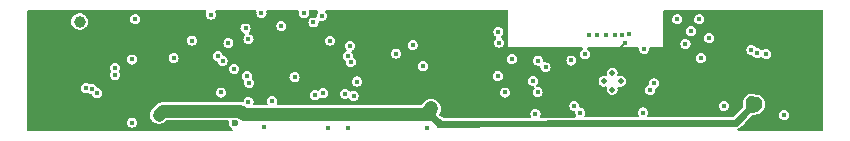
<source format=gbr>
%TF.GenerationSoftware,KiCad,Pcbnew,8.0.1*%
%TF.CreationDate,2024-08-20T12:32:33+02:00*%
%TF.ProjectId,ESP32_PICO_LED,45535033-325f-4504-9943-4f5f4c45442e,rev?*%
%TF.SameCoordinates,Original*%
%TF.FileFunction,Copper,L2,Inr*%
%TF.FilePolarity,Positive*%
%FSLAX46Y46*%
G04 Gerber Fmt 4.6, Leading zero omitted, Abs format (unit mm)*
G04 Created by KiCad (PCBNEW 8.0.1) date 2024-08-20 12:32:33*
%MOMM*%
%LPD*%
G01*
G04 APERTURE LIST*
%TA.AperFunction,ComponentPad*%
%ADD10C,0.500000*%
%TD*%
%TA.AperFunction,ViaPad*%
%ADD11C,0.450000*%
%TD*%
%TA.AperFunction,ViaPad*%
%ADD12C,1.200000*%
%TD*%
%TA.AperFunction,ViaPad*%
%ADD13C,1.000000*%
%TD*%
%TA.AperFunction,ViaPad*%
%ADD14C,0.600000*%
%TD*%
%TA.AperFunction,Conductor*%
%ADD15C,0.152400*%
%TD*%
%TA.AperFunction,Conductor*%
%ADD16C,1.100000*%
%TD*%
G04 APERTURE END LIST*
D10*
%TO.N,GND*%
%TO.C,U4*%
X155950000Y-81150000D03*
X156650000Y-81850000D03*
X155250000Y-81850000D03*
X155950000Y-82550000D03*
%TD*%
D11*
%TO.N,GND*%
X149632784Y-82777216D03*
X111390000Y-82430000D03*
X126250000Y-76100000D03*
X123450006Y-78620000D03*
X118812514Y-79900000D03*
X139050000Y-78775006D03*
X154000000Y-77900000D03*
X139925000Y-80575000D03*
X125150357Y-83600357D03*
X162150000Y-78680000D03*
X162620000Y-77589988D03*
X168980000Y-79540000D03*
X137650028Y-79499986D03*
X112320000Y-82850000D03*
X153250000Y-84500000D03*
X157376074Y-77847103D03*
X134338783Y-81871800D03*
X167731499Y-79187500D03*
X156800000Y-77900002D03*
X170500000Y-84700000D03*
X115290010Y-85350000D03*
X115299986Y-80000000D03*
X146340000Y-78580000D03*
X126450000Y-85700000D03*
X163450000Y-79900000D03*
X158550000Y-84500000D03*
X125050004Y-81400000D03*
X122850000Y-82800000D03*
X129850000Y-76100000D03*
X158650000Y-79100000D03*
X155450000Y-77900000D03*
X154700000Y-77900000D03*
X149450000Y-84600000D03*
X111890000Y-82500000D03*
X168230000Y-79430000D03*
X149250000Y-81828200D03*
X161450000Y-76600000D03*
X124904185Y-77371800D03*
X156150002Y-77900002D03*
X131870001Y-85848000D03*
X146310000Y-77660000D03*
X146250000Y-81400000D03*
X146850000Y-82800000D03*
X164150000Y-78200000D03*
%TO.N,+3.3V*%
X157035947Y-78650000D03*
X132762216Y-78517784D03*
X143098270Y-81257298D03*
X143550000Y-81500000D03*
X124550026Y-76640900D03*
X153850000Y-84100000D03*
X121137500Y-79447498D03*
X122850000Y-81000000D03*
X143565791Y-79713000D03*
X134269417Y-80620000D03*
X144050000Y-79400000D03*
X143550000Y-78900000D03*
X152626167Y-82048200D03*
X129562468Y-83552735D03*
X129250468Y-78728200D03*
X132650002Y-83300000D03*
X127180000Y-81128200D03*
X124150000Y-81900000D03*
X166800000Y-77050000D03*
X144050422Y-81207600D03*
X159570000Y-80470000D03*
X150350000Y-79200000D03*
X142950000Y-79400000D03*
X160650000Y-77590000D03*
X143250000Y-82000000D03*
X146650000Y-84500000D03*
%TO.N,Net-(U2-ADC_AVDD)*%
X131350000Y-76300000D03*
X127935639Y-77172040D03*
D12*
%TO.N,+5V*%
X167950000Y-83800000D03*
D13*
X110850000Y-76800000D03*
D12*
X140625001Y-84150000D03*
D13*
X117550000Y-84700000D03*
D11*
%TO.N,Net-(U4-CHIP_EN)*%
X163310000Y-76600000D03*
X152490000Y-80090000D03*
%TO.N,ESP_STATUS_LED*%
X153647784Y-79537784D03*
X150300000Y-80671800D03*
%TO.N,SWCLK*%
X133820000Y-80250000D03*
%TO.N,SWDIO*%
X133602002Y-79716297D03*
%TO.N,Net-(U2-RUN)*%
X115549972Y-76600000D03*
X120350000Y-78400000D03*
X133749994Y-78836366D03*
X125150000Y-78302777D03*
%TO.N,Net-(U4-U0TXD)*%
X149650000Y-80100000D03*
X159486800Y-82028200D03*
%TO.N,/esp32_wifi_section/IO9*%
X165389786Y-83928200D03*
X152743000Y-83928200D03*
D14*
%TO.N,QSPI_SS*%
X123977442Y-85396800D03*
D11*
X127150000Y-83540900D03*
%TO.N,BUTTON*%
X132070000Y-78410000D03*
X123950000Y-80800010D03*
%TO.N,QSPI_SD3*%
X125204649Y-81976898D03*
X129050000Y-81500000D03*
%TO.N,/UART1_RX*%
X147450000Y-79992400D03*
X131476735Y-82867698D03*
%TO.N,/UART1_TX*%
X159160657Y-82600004D03*
X130780000Y-83040000D03*
%TO.N,MIC_ADC*%
X130649997Y-76864103D03*
X121950000Y-76200000D03*
%TO.N,LED_OUT_1*%
X134050000Y-83100000D03*
%TO.N,LED_OUT_3*%
X133550000Y-85800000D03*
%TO.N,LED_OUT_2*%
X133350000Y-82900000D03*
%TO.N,LED_OUT_4*%
X140257924Y-85816946D03*
%TO.N,/_RPI_USB_P*%
X122958491Y-80108491D03*
X113850000Y-81294850D03*
%TO.N,/_RPI_USB_N*%
X113858207Y-80697490D03*
X122541509Y-79691509D03*
%TD*%
D15*
%TO.N,+3.3V*%
X156699992Y-78985955D02*
X157035947Y-78650000D01*
X156699992Y-79249992D02*
X156699992Y-78985955D01*
D16*
%TO.N,+5V*%
X140625001Y-84150000D02*
X140147101Y-84627900D01*
X124693467Y-84627900D02*
X124412367Y-84346800D01*
X123542517Y-84346800D02*
X123492517Y-84396800D01*
X124412367Y-84346800D02*
X123542517Y-84346800D01*
X123492517Y-84396800D02*
X117853200Y-84396800D01*
X117853200Y-84396800D02*
X117550000Y-84700000D01*
X140147101Y-84627900D02*
X124693467Y-84627900D01*
%TD*%
%TA.AperFunction,Conductor*%
%TO.N,+3.3V*%
G36*
X121526938Y-75847185D02*
G01*
X121572693Y-75899989D01*
X121582637Y-75969147D01*
X121570385Y-76007791D01*
X121540281Y-76066874D01*
X121540279Y-76066878D01*
X121519196Y-76199997D01*
X121519196Y-76200002D01*
X121540279Y-76333121D01*
X121540280Y-76333124D01*
X121540281Y-76333126D01*
X121601472Y-76453220D01*
X121601473Y-76453221D01*
X121601476Y-76453225D01*
X121696774Y-76548523D01*
X121696778Y-76548526D01*
X121696780Y-76548528D01*
X121816874Y-76609719D01*
X121816876Y-76609719D01*
X121816878Y-76609720D01*
X121949998Y-76630804D01*
X121950000Y-76630804D01*
X121950002Y-76630804D01*
X122083121Y-76609720D01*
X122083121Y-76609719D01*
X122083126Y-76609719D01*
X122203220Y-76548528D01*
X122298528Y-76453220D01*
X122359719Y-76333126D01*
X122363082Y-76311893D01*
X122380804Y-76200002D01*
X122380804Y-76199997D01*
X122359720Y-76066878D01*
X122359719Y-76066876D01*
X122359719Y-76066874D01*
X122329615Y-76007792D01*
X122316720Y-75939125D01*
X122342996Y-75874385D01*
X122400103Y-75834128D01*
X122440101Y-75827500D01*
X125717170Y-75827500D01*
X125784209Y-75847185D01*
X125829964Y-75899989D01*
X125839908Y-75969147D01*
X125839643Y-75970898D01*
X125819196Y-76099997D01*
X125819196Y-76100002D01*
X125840279Y-76233121D01*
X125840280Y-76233124D01*
X125840281Y-76233126D01*
X125891234Y-76333126D01*
X125901473Y-76353221D01*
X125901476Y-76353225D01*
X125996774Y-76448523D01*
X125996778Y-76448526D01*
X125996780Y-76448528D01*
X126116874Y-76509719D01*
X126116876Y-76509719D01*
X126116878Y-76509720D01*
X126249998Y-76530804D01*
X126250000Y-76530804D01*
X126250002Y-76530804D01*
X126383121Y-76509720D01*
X126383121Y-76509719D01*
X126383126Y-76509719D01*
X126503220Y-76448528D01*
X126598528Y-76353220D01*
X126659719Y-76233126D01*
X126661915Y-76219263D01*
X126680804Y-76100002D01*
X126680804Y-76099997D01*
X126660357Y-75970898D01*
X126669312Y-75901604D01*
X126714308Y-75848152D01*
X126781060Y-75827513D01*
X126782830Y-75827500D01*
X129317170Y-75827500D01*
X129384209Y-75847185D01*
X129429964Y-75899989D01*
X129439908Y-75969147D01*
X129439643Y-75970898D01*
X129419196Y-76099997D01*
X129419196Y-76100002D01*
X129440279Y-76233121D01*
X129440280Y-76233124D01*
X129440281Y-76233126D01*
X129491234Y-76333126D01*
X129501473Y-76353221D01*
X129501476Y-76353225D01*
X129596774Y-76448523D01*
X129596778Y-76448526D01*
X129596780Y-76448528D01*
X129716874Y-76509719D01*
X129716876Y-76509719D01*
X129716878Y-76509720D01*
X129849998Y-76530804D01*
X129850000Y-76530804D01*
X129850002Y-76530804D01*
X129983121Y-76509720D01*
X129983121Y-76509719D01*
X129983126Y-76509719D01*
X130103220Y-76448528D01*
X130198528Y-76353220D01*
X130259719Y-76233126D01*
X130261915Y-76219263D01*
X130280804Y-76100002D01*
X130280804Y-76099997D01*
X130260357Y-75970898D01*
X130269312Y-75901604D01*
X130314308Y-75848152D01*
X130381060Y-75827513D01*
X130382830Y-75827500D01*
X130921389Y-75827500D01*
X130988428Y-75847185D01*
X131034183Y-75899989D01*
X131044127Y-75969147D01*
X131015102Y-76032703D01*
X131009070Y-76039181D01*
X131001476Y-76046774D01*
X131001473Y-76046778D01*
X130940279Y-76166878D01*
X130926881Y-76251476D01*
X130919196Y-76300000D01*
X130921080Y-76311893D01*
X130912124Y-76381186D01*
X130867127Y-76434638D01*
X130800376Y-76455277D01*
X130779209Y-76453763D01*
X130650000Y-76433299D01*
X130649995Y-76433299D01*
X130516875Y-76454382D01*
X130396775Y-76515576D01*
X130396771Y-76515579D01*
X130301473Y-76610877D01*
X130301470Y-76610881D01*
X130240276Y-76730981D01*
X130219193Y-76864100D01*
X130219193Y-76864105D01*
X130240276Y-76997224D01*
X130240277Y-76997227D01*
X130240278Y-76997229D01*
X130261518Y-77038914D01*
X130301470Y-77117324D01*
X130301473Y-77117328D01*
X130396771Y-77212626D01*
X130396775Y-77212629D01*
X130396777Y-77212631D01*
X130516871Y-77273822D01*
X130516873Y-77273822D01*
X130516875Y-77273823D01*
X130649995Y-77294907D01*
X130649997Y-77294907D01*
X130649999Y-77294907D01*
X130783118Y-77273823D01*
X130783118Y-77273822D01*
X130783123Y-77273822D01*
X130903217Y-77212631D01*
X130998525Y-77117323D01*
X131059716Y-76997229D01*
X131080801Y-76864103D01*
X131078917Y-76852210D01*
X131087870Y-76782920D01*
X131132865Y-76729467D01*
X131199616Y-76708825D01*
X131220788Y-76710339D01*
X131349998Y-76730804D01*
X131350000Y-76730804D01*
X131350002Y-76730804D01*
X131483121Y-76709720D01*
X131483121Y-76709719D01*
X131483126Y-76709719D01*
X131603220Y-76648528D01*
X131698528Y-76553220D01*
X131759719Y-76433126D01*
X131759720Y-76433121D01*
X131780804Y-76300002D01*
X131780804Y-76299997D01*
X131759720Y-76166878D01*
X131759719Y-76166876D01*
X131759719Y-76166874D01*
X131698528Y-76046780D01*
X131698526Y-76046778D01*
X131698523Y-76046774D01*
X131690930Y-76039181D01*
X131657445Y-75977858D01*
X131662429Y-75908166D01*
X131704301Y-75852233D01*
X131769765Y-75827816D01*
X131778611Y-75827500D01*
X147026000Y-75827500D01*
X147093039Y-75847185D01*
X147138794Y-75899989D01*
X147150000Y-75951500D01*
X147150000Y-78950000D01*
X153347634Y-78950000D01*
X153414673Y-78969685D01*
X153460428Y-79022489D01*
X153470372Y-79091647D01*
X153441347Y-79155203D01*
X153403931Y-79184482D01*
X153394806Y-79189132D01*
X153394562Y-79189257D01*
X153394558Y-79189260D01*
X153299260Y-79284558D01*
X153299257Y-79284562D01*
X153238063Y-79404662D01*
X153216980Y-79537781D01*
X153216980Y-79537786D01*
X153238063Y-79670905D01*
X153238064Y-79670908D01*
X153238065Y-79670910D01*
X153294147Y-79780977D01*
X153299257Y-79791005D01*
X153299260Y-79791009D01*
X153394558Y-79886307D01*
X153394562Y-79886310D01*
X153394564Y-79886312D01*
X153514658Y-79947503D01*
X153514660Y-79947503D01*
X153514662Y-79947504D01*
X153647782Y-79968588D01*
X153647784Y-79968588D01*
X153647786Y-79968588D01*
X153780905Y-79947504D01*
X153780905Y-79947503D01*
X153780910Y-79947503D01*
X153874136Y-79900002D01*
X163019196Y-79900002D01*
X163040279Y-80033121D01*
X163040280Y-80033124D01*
X163040281Y-80033126D01*
X163101472Y-80153220D01*
X163101473Y-80153221D01*
X163101476Y-80153225D01*
X163196774Y-80248523D01*
X163196778Y-80248526D01*
X163196780Y-80248528D01*
X163316874Y-80309719D01*
X163316876Y-80309719D01*
X163316878Y-80309720D01*
X163449998Y-80330804D01*
X163450000Y-80330804D01*
X163450002Y-80330804D01*
X163583121Y-80309720D01*
X163583121Y-80309719D01*
X163583126Y-80309719D01*
X163703220Y-80248528D01*
X163798528Y-80153220D01*
X163859719Y-80033126D01*
X163859720Y-80033121D01*
X163880804Y-79900002D01*
X163880804Y-79899997D01*
X163859720Y-79766878D01*
X163859719Y-79766876D01*
X163859719Y-79766874D01*
X163798528Y-79646780D01*
X163798526Y-79646778D01*
X163798523Y-79646774D01*
X163703225Y-79551476D01*
X163703221Y-79551473D01*
X163703220Y-79551472D01*
X163583126Y-79490281D01*
X163583124Y-79490280D01*
X163583121Y-79490279D01*
X163450002Y-79469196D01*
X163449998Y-79469196D01*
X163316878Y-79490279D01*
X163196778Y-79551473D01*
X163196774Y-79551476D01*
X163101476Y-79646774D01*
X163101473Y-79646778D01*
X163040279Y-79766878D01*
X163019196Y-79899997D01*
X163019196Y-79900002D01*
X153874136Y-79900002D01*
X153901004Y-79886312D01*
X153996312Y-79791004D01*
X154057503Y-79670910D01*
X154057772Y-79669213D01*
X154078588Y-79537786D01*
X154078588Y-79537781D01*
X154057504Y-79404662D01*
X154057503Y-79404660D01*
X154057503Y-79404658D01*
X153996312Y-79284564D01*
X153996310Y-79284562D01*
X153996307Y-79284558D01*
X153901009Y-79189260D01*
X153901005Y-79189257D01*
X153901004Y-79189256D01*
X153891637Y-79184483D01*
X153840843Y-79136511D01*
X153824048Y-79068690D01*
X153846585Y-79002555D01*
X153901300Y-78959103D01*
X153947934Y-78950000D01*
X158097768Y-78950000D01*
X158164807Y-78969685D01*
X158210562Y-79022489D01*
X158220506Y-79091647D01*
X158220242Y-79093396D01*
X158219196Y-79100001D01*
X158219196Y-79100002D01*
X158240279Y-79233121D01*
X158240280Y-79233124D01*
X158240281Y-79233126D01*
X158296257Y-79342985D01*
X158301473Y-79353221D01*
X158301476Y-79353225D01*
X158396774Y-79448523D01*
X158396778Y-79448526D01*
X158396780Y-79448528D01*
X158516874Y-79509719D01*
X158516876Y-79509719D01*
X158516878Y-79509720D01*
X158649998Y-79530804D01*
X158650000Y-79530804D01*
X158650002Y-79530804D01*
X158783121Y-79509720D01*
X158783121Y-79509719D01*
X158783126Y-79509719D01*
X158903220Y-79448528D01*
X158998528Y-79353220D01*
X159059719Y-79233126D01*
X159063612Y-79208549D01*
X159066945Y-79187502D01*
X167300695Y-79187502D01*
X167321778Y-79320621D01*
X167321779Y-79320624D01*
X167321780Y-79320626D01*
X167382971Y-79440720D01*
X167382972Y-79440721D01*
X167382975Y-79440725D01*
X167478273Y-79536023D01*
X167478277Y-79536026D01*
X167478279Y-79536028D01*
X167598373Y-79597219D01*
X167598375Y-79597219D01*
X167598377Y-79597220D01*
X167664936Y-79607761D01*
X167731499Y-79618304D01*
X167750683Y-79615265D01*
X167819973Y-79624218D01*
X167873426Y-79669213D01*
X167880563Y-79681437D01*
X167881472Y-79683221D01*
X167976774Y-79778523D01*
X167976778Y-79778526D01*
X167976780Y-79778528D01*
X168096874Y-79839719D01*
X168096876Y-79839719D01*
X168096878Y-79839720D01*
X168229998Y-79860804D01*
X168230000Y-79860804D01*
X168230002Y-79860804D01*
X168363121Y-79839720D01*
X168363121Y-79839719D01*
X168363126Y-79839719D01*
X168483220Y-79778528D01*
X168483222Y-79778525D01*
X168491425Y-79774346D01*
X168560094Y-79761450D01*
X168624834Y-79787726D01*
X168635401Y-79797150D01*
X168726774Y-79888523D01*
X168726778Y-79888526D01*
X168726780Y-79888528D01*
X168846874Y-79949719D01*
X168846876Y-79949719D01*
X168846878Y-79949720D01*
X168979998Y-79970804D01*
X168980000Y-79970804D01*
X168980002Y-79970804D01*
X169113121Y-79949720D01*
X169113121Y-79949719D01*
X169113126Y-79949719D01*
X169233220Y-79888528D01*
X169328528Y-79793220D01*
X169389719Y-79673126D01*
X169390339Y-79669213D01*
X169410804Y-79540002D01*
X169410804Y-79539997D01*
X169389720Y-79406878D01*
X169389719Y-79406876D01*
X169389719Y-79406874D01*
X169328528Y-79286780D01*
X169328526Y-79286778D01*
X169328523Y-79286774D01*
X169233225Y-79191476D01*
X169233221Y-79191473D01*
X169233220Y-79191472D01*
X169113126Y-79130281D01*
X169113124Y-79130280D01*
X169113121Y-79130279D01*
X168980002Y-79109196D01*
X168979998Y-79109196D01*
X168846876Y-79130279D01*
X168718573Y-79195653D01*
X168649904Y-79208549D01*
X168585164Y-79182272D01*
X168574598Y-79172849D01*
X168483225Y-79081476D01*
X168483221Y-79081473D01*
X168483220Y-79081472D01*
X168363126Y-79020281D01*
X168363124Y-79020280D01*
X168363121Y-79020279D01*
X168230002Y-78999196D01*
X168230001Y-78999196D01*
X168230000Y-78999196D01*
X168210811Y-79002235D01*
X168141518Y-78993278D01*
X168088067Y-78948281D01*
X168080937Y-78936066D01*
X168080027Y-78934280D01*
X168080025Y-78934278D01*
X168080022Y-78934274D01*
X167984724Y-78838976D01*
X167984720Y-78838973D01*
X167984719Y-78838972D01*
X167864625Y-78777781D01*
X167864623Y-78777780D01*
X167864620Y-78777779D01*
X167731501Y-78756696D01*
X167731497Y-78756696D01*
X167598377Y-78777779D01*
X167478277Y-78838973D01*
X167478273Y-78838976D01*
X167382975Y-78934274D01*
X167382972Y-78934278D01*
X167321778Y-79054378D01*
X167300695Y-79187497D01*
X167300695Y-79187502D01*
X159066945Y-79187502D01*
X159080804Y-79100002D01*
X159080804Y-79100001D01*
X159079758Y-79093396D01*
X159088715Y-79024102D01*
X159133712Y-78970651D01*
X159200464Y-78950013D01*
X159202232Y-78950000D01*
X160250000Y-78950000D01*
X160250000Y-78680002D01*
X161719196Y-78680002D01*
X161740279Y-78813121D01*
X161740280Y-78813124D01*
X161740281Y-78813126D01*
X161801472Y-78933220D01*
X161801473Y-78933221D01*
X161801476Y-78933225D01*
X161896774Y-79028523D01*
X161896778Y-79028526D01*
X161896780Y-79028528D01*
X162016874Y-79089719D01*
X162016876Y-79089719D01*
X162016878Y-79089720D01*
X162149998Y-79110804D01*
X162150000Y-79110804D01*
X162150002Y-79110804D01*
X162283121Y-79089720D01*
X162283121Y-79089719D01*
X162283126Y-79089719D01*
X162403220Y-79028528D01*
X162498528Y-78933220D01*
X162559719Y-78813126D01*
X162559720Y-78813121D01*
X162580804Y-78680002D01*
X162580804Y-78679997D01*
X162559720Y-78546878D01*
X162559719Y-78546876D01*
X162559719Y-78546874D01*
X162498528Y-78426780D01*
X162498526Y-78426778D01*
X162498523Y-78426774D01*
X162403225Y-78331476D01*
X162403221Y-78331473D01*
X162403220Y-78331472D01*
X162283126Y-78270281D01*
X162283124Y-78270280D01*
X162283121Y-78270279D01*
X162150002Y-78249196D01*
X162149998Y-78249196D01*
X162016878Y-78270279D01*
X161896778Y-78331473D01*
X161896774Y-78331476D01*
X161801476Y-78426774D01*
X161801473Y-78426778D01*
X161740279Y-78546878D01*
X161719196Y-78679997D01*
X161719196Y-78680002D01*
X160250000Y-78680002D01*
X160250000Y-78200002D01*
X163719196Y-78200002D01*
X163740279Y-78333121D01*
X163740280Y-78333124D01*
X163740281Y-78333126D01*
X163792646Y-78435898D01*
X163801473Y-78453221D01*
X163801476Y-78453225D01*
X163896774Y-78548523D01*
X163896778Y-78548526D01*
X163896780Y-78548528D01*
X164016874Y-78609719D01*
X164016876Y-78609719D01*
X164016878Y-78609720D01*
X164149998Y-78630804D01*
X164150000Y-78630804D01*
X164150002Y-78630804D01*
X164283121Y-78609720D01*
X164283121Y-78609719D01*
X164283126Y-78609719D01*
X164403220Y-78548528D01*
X164498528Y-78453220D01*
X164559719Y-78333126D01*
X164559720Y-78333121D01*
X164580804Y-78200002D01*
X164580804Y-78199997D01*
X164559720Y-78066878D01*
X164559719Y-78066876D01*
X164559719Y-78066874D01*
X164498528Y-77946780D01*
X164498526Y-77946778D01*
X164498523Y-77946774D01*
X164403225Y-77851476D01*
X164403221Y-77851473D01*
X164403220Y-77851472D01*
X164283126Y-77790281D01*
X164283124Y-77790280D01*
X164283121Y-77790279D01*
X164150002Y-77769196D01*
X164149998Y-77769196D01*
X164016878Y-77790279D01*
X163896778Y-77851473D01*
X163896774Y-77851476D01*
X163801476Y-77946774D01*
X163801473Y-77946778D01*
X163801472Y-77946780D01*
X163749106Y-78049555D01*
X163740279Y-78066878D01*
X163719196Y-78199997D01*
X163719196Y-78200002D01*
X160250000Y-78200002D01*
X160250000Y-77589990D01*
X162189196Y-77589990D01*
X162210279Y-77723109D01*
X162210280Y-77723112D01*
X162210281Y-77723114D01*
X162256682Y-77814181D01*
X162271473Y-77843209D01*
X162271476Y-77843213D01*
X162366774Y-77938511D01*
X162366778Y-77938514D01*
X162366780Y-77938516D01*
X162486874Y-77999707D01*
X162486876Y-77999707D01*
X162486878Y-77999708D01*
X162619998Y-78020792D01*
X162620000Y-78020792D01*
X162620002Y-78020792D01*
X162753121Y-77999708D01*
X162753121Y-77999707D01*
X162753126Y-77999707D01*
X162873220Y-77938516D01*
X162968528Y-77843208D01*
X163029719Y-77723114D01*
X163031166Y-77713977D01*
X163050804Y-77589990D01*
X163050804Y-77589985D01*
X163029720Y-77456866D01*
X163029719Y-77456864D01*
X163029719Y-77456862D01*
X162968528Y-77336768D01*
X162968526Y-77336766D01*
X162968523Y-77336762D01*
X162873225Y-77241464D01*
X162873221Y-77241461D01*
X162873220Y-77241460D01*
X162753126Y-77180269D01*
X162753124Y-77180268D01*
X162753121Y-77180267D01*
X162620002Y-77159184D01*
X162619998Y-77159184D01*
X162486878Y-77180267D01*
X162366778Y-77241461D01*
X162366774Y-77241464D01*
X162271476Y-77336762D01*
X162271473Y-77336766D01*
X162271472Y-77336768D01*
X162226381Y-77425265D01*
X162210279Y-77456866D01*
X162189196Y-77589985D01*
X162189196Y-77589990D01*
X160250000Y-77589990D01*
X160250000Y-76600002D01*
X161019196Y-76600002D01*
X161040279Y-76733121D01*
X161040280Y-76733124D01*
X161040281Y-76733126D01*
X161101472Y-76853220D01*
X161101473Y-76853221D01*
X161101476Y-76853225D01*
X161196774Y-76948523D01*
X161196778Y-76948526D01*
X161196780Y-76948528D01*
X161316874Y-77009719D01*
X161316876Y-77009719D01*
X161316878Y-77009720D01*
X161449998Y-77030804D01*
X161450000Y-77030804D01*
X161450002Y-77030804D01*
X161583121Y-77009720D01*
X161583121Y-77009719D01*
X161583126Y-77009719D01*
X161703220Y-76948528D01*
X161798528Y-76853220D01*
X161859719Y-76733126D01*
X161860059Y-76730981D01*
X161880804Y-76600002D01*
X162879196Y-76600002D01*
X162900279Y-76733121D01*
X162900280Y-76733124D01*
X162900281Y-76733126D01*
X162961472Y-76853220D01*
X162961473Y-76853221D01*
X162961476Y-76853225D01*
X163056774Y-76948523D01*
X163056778Y-76948526D01*
X163056780Y-76948528D01*
X163176874Y-77009719D01*
X163176876Y-77009719D01*
X163176878Y-77009720D01*
X163309998Y-77030804D01*
X163310000Y-77030804D01*
X163310002Y-77030804D01*
X163443121Y-77009720D01*
X163443121Y-77009719D01*
X163443126Y-77009719D01*
X163563220Y-76948528D01*
X163658528Y-76853220D01*
X163719719Y-76733126D01*
X163720059Y-76730981D01*
X163740804Y-76600002D01*
X163740804Y-76599997D01*
X163719720Y-76466878D01*
X163719719Y-76466876D01*
X163719719Y-76466874D01*
X163658528Y-76346780D01*
X163658526Y-76346778D01*
X163658523Y-76346774D01*
X163563225Y-76251476D01*
X163563221Y-76251473D01*
X163563220Y-76251472D01*
X163443126Y-76190281D01*
X163443124Y-76190280D01*
X163443121Y-76190279D01*
X163310002Y-76169196D01*
X163309998Y-76169196D01*
X163176878Y-76190279D01*
X163176874Y-76190280D01*
X163176874Y-76190281D01*
X163119994Y-76219263D01*
X163056778Y-76251473D01*
X163056774Y-76251476D01*
X162961476Y-76346774D01*
X162961473Y-76346778D01*
X162961472Y-76346780D01*
X162917477Y-76433126D01*
X162900279Y-76466878D01*
X162879196Y-76599997D01*
X162879196Y-76600002D01*
X161880804Y-76600002D01*
X161880804Y-76599997D01*
X161859720Y-76466878D01*
X161859719Y-76466876D01*
X161859719Y-76466874D01*
X161798528Y-76346780D01*
X161798526Y-76346778D01*
X161798523Y-76346774D01*
X161703225Y-76251476D01*
X161703221Y-76251473D01*
X161703220Y-76251472D01*
X161583126Y-76190281D01*
X161583124Y-76190280D01*
X161583121Y-76190279D01*
X161450002Y-76169196D01*
X161449998Y-76169196D01*
X161316878Y-76190279D01*
X161316874Y-76190280D01*
X161316874Y-76190281D01*
X161259994Y-76219263D01*
X161196778Y-76251473D01*
X161196774Y-76251476D01*
X161101476Y-76346774D01*
X161101473Y-76346778D01*
X161101472Y-76346780D01*
X161057477Y-76433126D01*
X161040279Y-76466878D01*
X161019196Y-76599997D01*
X161019196Y-76600002D01*
X160250000Y-76600002D01*
X160250000Y-75951500D01*
X160269685Y-75884461D01*
X160322489Y-75838706D01*
X160374000Y-75827500D01*
X173698500Y-75827500D01*
X173765539Y-75847185D01*
X173811294Y-75899989D01*
X173822500Y-75951500D01*
X173822500Y-85948500D01*
X173802815Y-86015539D01*
X173750011Y-86061294D01*
X173698500Y-86072500D01*
X166671264Y-86072500D01*
X166604225Y-86052815D01*
X166558470Y-86000011D01*
X166548526Y-85930853D01*
X166577551Y-85867297D01*
X166602481Y-85845326D01*
X166645051Y-85816946D01*
X166853776Y-85677796D01*
X166870071Y-85665730D01*
X166888969Y-85650237D01*
X166903994Y-85636627D01*
X167191940Y-85348680D01*
X167197403Y-85343003D01*
X167203870Y-85336020D01*
X167209123Y-85330125D01*
X167707401Y-84748802D01*
X167765976Y-84710712D01*
X167801549Y-84705500D01*
X167837721Y-84705500D01*
X167837722Y-84705500D01*
X167837727Y-84705499D01*
X167837745Y-84705499D01*
X167857954Y-84704501D01*
X167857955Y-84704500D01*
X167857973Y-84704500D01*
X167882290Y-84702092D01*
X167896301Y-84700002D01*
X170069196Y-84700002D01*
X170090279Y-84833121D01*
X170090280Y-84833124D01*
X170090281Y-84833126D01*
X170150214Y-84950751D01*
X170151473Y-84953221D01*
X170151476Y-84953225D01*
X170246774Y-85048523D01*
X170246778Y-85048526D01*
X170246780Y-85048528D01*
X170366874Y-85109719D01*
X170366876Y-85109719D01*
X170366878Y-85109720D01*
X170499998Y-85130804D01*
X170500000Y-85130804D01*
X170500002Y-85130804D01*
X170633121Y-85109720D01*
X170633121Y-85109719D01*
X170633126Y-85109719D01*
X170753220Y-85048528D01*
X170848528Y-84953220D01*
X170909719Y-84833126D01*
X170909720Y-84833121D01*
X170930804Y-84700002D01*
X170930804Y-84699997D01*
X170909720Y-84566878D01*
X170909719Y-84566876D01*
X170909719Y-84566874D01*
X170848528Y-84446780D01*
X170848526Y-84446778D01*
X170848523Y-84446774D01*
X170753225Y-84351476D01*
X170753221Y-84351473D01*
X170753220Y-84351472D01*
X170633126Y-84290281D01*
X170633124Y-84290280D01*
X170633121Y-84290279D01*
X170500002Y-84269196D01*
X170499998Y-84269196D01*
X170366878Y-84290279D01*
X170246778Y-84351473D01*
X170246774Y-84351476D01*
X170151476Y-84446774D01*
X170151473Y-84446778D01*
X170151472Y-84446780D01*
X170110740Y-84526722D01*
X170090279Y-84566878D01*
X170069196Y-84699997D01*
X170069196Y-84700002D01*
X167896301Y-84700002D01*
X167902341Y-84699101D01*
X168343846Y-84610800D01*
X168359691Y-84606972D01*
X168378601Y-84601601D01*
X168445458Y-84568542D01*
X168501429Y-84526721D01*
X168542825Y-84485399D01*
X168789600Y-84156366D01*
X168793957Y-84150332D01*
X168794191Y-84149996D01*
X168794626Y-84149368D01*
X168799072Y-84142971D01*
X168827490Y-84083603D01*
X168847175Y-84016564D01*
X168855500Y-83958666D01*
X168855500Y-83551362D01*
X168854322Y-83529393D01*
X168851488Y-83503035D01*
X168827529Y-83426518D01*
X168794044Y-83365195D01*
X168785080Y-83353221D01*
X168759001Y-83318384D01*
X168758998Y-83318381D01*
X168758991Y-83318371D01*
X168524537Y-83083917D01*
X168519204Y-83078771D01*
X168512632Y-83072658D01*
X168512626Y-83072654D01*
X168457867Y-83036118D01*
X168445396Y-83030436D01*
X168394284Y-83007149D01*
X168338147Y-82990719D01*
X167729913Y-82903828D01*
X167724188Y-82903321D01*
X167707980Y-82901886D01*
X167706361Y-82901829D01*
X167681494Y-82900964D01*
X167681490Y-82900965D01*
X167602361Y-82913862D01*
X167536927Y-82938334D01*
X167536925Y-82938335D01*
X167485613Y-82966414D01*
X167485612Y-82966414D01*
X167176304Y-83198396D01*
X167149123Y-83222845D01*
X167119283Y-83254925D01*
X167117156Y-83257246D01*
X167072511Y-83337059D01*
X167072509Y-83337064D01*
X167052826Y-83404096D01*
X167052825Y-83404101D01*
X167052825Y-83404102D01*
X167046438Y-83448526D01*
X167044500Y-83462003D01*
X167044500Y-83963518D01*
X167024815Y-84030557D01*
X167008181Y-84051199D01*
X166201199Y-84858181D01*
X166139876Y-84891666D01*
X166113518Y-84894500D01*
X159028891Y-84894500D01*
X158961852Y-84874815D01*
X158916097Y-84822011D01*
X158906153Y-84752853D01*
X158918404Y-84714210D01*
X158959719Y-84633126D01*
X158959720Y-84633121D01*
X158980804Y-84500002D01*
X158980804Y-84499997D01*
X158959720Y-84366878D01*
X158959719Y-84366876D01*
X158959719Y-84366874D01*
X158898528Y-84246780D01*
X158898526Y-84246778D01*
X158898523Y-84246774D01*
X158803225Y-84151476D01*
X158803221Y-84151473D01*
X158803220Y-84151472D01*
X158683126Y-84090281D01*
X158683124Y-84090280D01*
X158683121Y-84090279D01*
X158550002Y-84069196D01*
X158549998Y-84069196D01*
X158416878Y-84090279D01*
X158296778Y-84151473D01*
X158296774Y-84151476D01*
X158201476Y-84246774D01*
X158201473Y-84246778D01*
X158140279Y-84366878D01*
X158119196Y-84499997D01*
X158119196Y-84500002D01*
X158140279Y-84633121D01*
X158140280Y-84633124D01*
X158140281Y-84633126D01*
X158181594Y-84714208D01*
X158194490Y-84782874D01*
X158168214Y-84847615D01*
X158111108Y-84887872D01*
X158071109Y-84894500D01*
X155550420Y-84894500D01*
X155549529Y-84894502D01*
X155548415Y-84894508D01*
X155547438Y-84894514D01*
X153721125Y-84912074D01*
X153653900Y-84893035D01*
X153607639Y-84840674D01*
X153597031Y-84771614D01*
X153609447Y-84731790D01*
X153659719Y-84633126D01*
X153660835Y-84626083D01*
X153680804Y-84500002D01*
X153680804Y-84499997D01*
X153659720Y-84366878D01*
X153659719Y-84366876D01*
X153659719Y-84366874D01*
X153598528Y-84246780D01*
X153598526Y-84246778D01*
X153598523Y-84246774D01*
X153503225Y-84151476D01*
X153503221Y-84151473D01*
X153503220Y-84151472D01*
X153383126Y-84090281D01*
X153383124Y-84090280D01*
X153383121Y-84090279D01*
X153276357Y-84073370D01*
X153213222Y-84043441D01*
X153176290Y-83984130D01*
X153173282Y-83931494D01*
X153173804Y-83928202D01*
X164958982Y-83928202D01*
X164980065Y-84061321D01*
X164980066Y-84061324D01*
X164980067Y-84061326D01*
X165035030Y-84169196D01*
X165041259Y-84181421D01*
X165041262Y-84181425D01*
X165136560Y-84276723D01*
X165136564Y-84276726D01*
X165136566Y-84276728D01*
X165256660Y-84337919D01*
X165256662Y-84337919D01*
X165256664Y-84337920D01*
X165389784Y-84359004D01*
X165389786Y-84359004D01*
X165389788Y-84359004D01*
X165522907Y-84337920D01*
X165522907Y-84337919D01*
X165522912Y-84337919D01*
X165643006Y-84276728D01*
X165738314Y-84181420D01*
X165799505Y-84061326D01*
X165802338Y-84043441D01*
X165820590Y-83928202D01*
X165820590Y-83928197D01*
X165799506Y-83795078D01*
X165799505Y-83795076D01*
X165799505Y-83795074D01*
X165738314Y-83674980D01*
X165738312Y-83674978D01*
X165738309Y-83674974D01*
X165643011Y-83579676D01*
X165643007Y-83579673D01*
X165643006Y-83579672D01*
X165522912Y-83518481D01*
X165522910Y-83518480D01*
X165522907Y-83518479D01*
X165389788Y-83497396D01*
X165389784Y-83497396D01*
X165256664Y-83518479D01*
X165136564Y-83579673D01*
X165136560Y-83579676D01*
X165041262Y-83674974D01*
X165041259Y-83674978D01*
X164980065Y-83795078D01*
X164958982Y-83928197D01*
X164958982Y-83928202D01*
X153173804Y-83928202D01*
X153173804Y-83928200D01*
X153165758Y-83877400D01*
X153152720Y-83795078D01*
X153152719Y-83795076D01*
X153152719Y-83795074D01*
X153091528Y-83674980D01*
X153091526Y-83674978D01*
X153091523Y-83674974D01*
X152996225Y-83579676D01*
X152996221Y-83579673D01*
X152996220Y-83579672D01*
X152876126Y-83518481D01*
X152876124Y-83518480D01*
X152876121Y-83518479D01*
X152743002Y-83497396D01*
X152742998Y-83497396D01*
X152609878Y-83518479D01*
X152489778Y-83579673D01*
X152489774Y-83579676D01*
X152394476Y-83674974D01*
X152394473Y-83674978D01*
X152333279Y-83795078D01*
X152312196Y-83928197D01*
X152312196Y-83928202D01*
X152333279Y-84061321D01*
X152333280Y-84061324D01*
X152333281Y-84061326D01*
X152388244Y-84169196D01*
X152394473Y-84181421D01*
X152394476Y-84181425D01*
X152489774Y-84276723D01*
X152489778Y-84276726D01*
X152489780Y-84276728D01*
X152609874Y-84337919D01*
X152716646Y-84354829D01*
X152779777Y-84384757D01*
X152816709Y-84444068D01*
X152819719Y-84496697D01*
X152819196Y-84499999D01*
X152819196Y-84500002D01*
X152840279Y-84633123D01*
X152895133Y-84740780D01*
X152908029Y-84809449D01*
X152881752Y-84874189D01*
X152824646Y-84914446D01*
X152785840Y-84921068D01*
X149953619Y-84948301D01*
X149886394Y-84929262D01*
X149840133Y-84876901D01*
X149829525Y-84807841D01*
X149841940Y-84768018D01*
X149859719Y-84733126D01*
X149864634Y-84702093D01*
X149880804Y-84600002D01*
X149880804Y-84599997D01*
X149859720Y-84466878D01*
X149859719Y-84466876D01*
X149859719Y-84466874D01*
X149798528Y-84346780D01*
X149798526Y-84346778D01*
X149798523Y-84346774D01*
X149703225Y-84251476D01*
X149703221Y-84251473D01*
X149703220Y-84251472D01*
X149583126Y-84190281D01*
X149583124Y-84190280D01*
X149583121Y-84190279D01*
X149450002Y-84169196D01*
X149449998Y-84169196D01*
X149316878Y-84190279D01*
X149196778Y-84251473D01*
X149196774Y-84251476D01*
X149101476Y-84346774D01*
X149101473Y-84346778D01*
X149040279Y-84466878D01*
X149019196Y-84599997D01*
X149019196Y-84600002D01*
X149040279Y-84733123D01*
X149062956Y-84777628D01*
X149075852Y-84846297D01*
X149049575Y-84911037D01*
X148992469Y-84951294D01*
X148953663Y-84957916D01*
X145149612Y-84994494D01*
X145148420Y-84994500D01*
X141741266Y-84994500D01*
X141677469Y-84976829D01*
X141338004Y-84773150D01*
X141290889Y-84722267D01*
X141286596Y-84713680D01*
X141274228Y-84644914D01*
X141292517Y-84592264D01*
X141350788Y-84499526D01*
X141350788Y-84499524D01*
X141350790Y-84499522D01*
X141410369Y-84329255D01*
X141410370Y-84329249D01*
X141430566Y-84150003D01*
X141430566Y-84149996D01*
X141410370Y-83970750D01*
X141410369Y-83970745D01*
X141396634Y-83931492D01*
X141350790Y-83800478D01*
X141347394Y-83795074D01*
X141271933Y-83674978D01*
X141254817Y-83647738D01*
X141127263Y-83520184D01*
X141090996Y-83497396D01*
X140974524Y-83424211D01*
X140804255Y-83364631D01*
X140804250Y-83364630D01*
X140625005Y-83344435D01*
X140624997Y-83344435D01*
X140445751Y-83364630D01*
X140445746Y-83364631D01*
X140275477Y-83424211D01*
X140122738Y-83520184D01*
X139995187Y-83647735D01*
X139995182Y-83647741D01*
X139974792Y-83680190D01*
X139957482Y-83701895D01*
X139818296Y-83841082D01*
X139756976Y-83874566D01*
X139730617Y-83877400D01*
X127658444Y-83877400D01*
X127591405Y-83857715D01*
X127545650Y-83804911D01*
X127535706Y-83735753D01*
X127547959Y-83697106D01*
X127559150Y-83675142D01*
X127559719Y-83674026D01*
X127559719Y-83674024D01*
X127559720Y-83674023D01*
X127580804Y-83540902D01*
X127580804Y-83540897D01*
X127559720Y-83407778D01*
X127559719Y-83407776D01*
X127559719Y-83407774D01*
X127498528Y-83287680D01*
X127498526Y-83287678D01*
X127498523Y-83287674D01*
X127403225Y-83192376D01*
X127403221Y-83192373D01*
X127403220Y-83192372D01*
X127283126Y-83131181D01*
X127283124Y-83131180D01*
X127283121Y-83131179D01*
X127150002Y-83110096D01*
X127149998Y-83110096D01*
X127016878Y-83131179D01*
X126896778Y-83192373D01*
X126896774Y-83192376D01*
X126801476Y-83287674D01*
X126801473Y-83287678D01*
X126740279Y-83407778D01*
X126719196Y-83540897D01*
X126719196Y-83540902D01*
X126740279Y-83674023D01*
X126752041Y-83697106D01*
X126764937Y-83765775D01*
X126738660Y-83830515D01*
X126681554Y-83870772D01*
X126641556Y-83877400D01*
X125682467Y-83877400D01*
X125615428Y-83857715D01*
X125569673Y-83804911D01*
X125559729Y-83735753D01*
X125559994Y-83734002D01*
X125581161Y-83600359D01*
X125581161Y-83600354D01*
X125560077Y-83467235D01*
X125560076Y-83467233D01*
X125560076Y-83467231D01*
X125498885Y-83347137D01*
X125498883Y-83347135D01*
X125498880Y-83347131D01*
X125403582Y-83251833D01*
X125403578Y-83251830D01*
X125403577Y-83251829D01*
X125283483Y-83190638D01*
X125283481Y-83190637D01*
X125283478Y-83190636D01*
X125150359Y-83169553D01*
X125150355Y-83169553D01*
X125017235Y-83190636D01*
X125017231Y-83190637D01*
X125017231Y-83190638D01*
X124970541Y-83214428D01*
X124897135Y-83251830D01*
X124897131Y-83251833D01*
X124801833Y-83347131D01*
X124801830Y-83347135D01*
X124740636Y-83467235D01*
X124733225Y-83514028D01*
X124703295Y-83577163D01*
X124643983Y-83614093D01*
X124586560Y-83616246D01*
X124486287Y-83596300D01*
X124486285Y-83596300D01*
X123468599Y-83596300D01*
X123457479Y-83598512D01*
X123457478Y-83598512D01*
X123323612Y-83625139D01*
X123323604Y-83625141D01*
X123295311Y-83636861D01*
X123247858Y-83646300D01*
X117779276Y-83646300D01*
X117750442Y-83652034D01*
X117750443Y-83652035D01*
X117634293Y-83675139D01*
X117634283Y-83675142D01*
X117554281Y-83708279D01*
X117554282Y-83708280D01*
X117497705Y-83731715D01*
X117415572Y-83786595D01*
X117374785Y-83813847D01*
X117374781Y-83813850D01*
X116967052Y-84221578D01*
X116967052Y-84221579D01*
X116967049Y-84221582D01*
X116967048Y-84221584D01*
X116930206Y-84276723D01*
X116884918Y-84344502D01*
X116884914Y-84344509D01*
X116828342Y-84481087D01*
X116828340Y-84481093D01*
X116799500Y-84626080D01*
X116799500Y-84626083D01*
X116799500Y-84773917D01*
X116799500Y-84773919D01*
X116799499Y-84773919D01*
X116828340Y-84918906D01*
X116828342Y-84918912D01*
X116882030Y-85048528D01*
X116884916Y-85055494D01*
X116967048Y-85178416D01*
X116967052Y-85178420D01*
X116967052Y-85178421D01*
X117071578Y-85282947D01*
X117071581Y-85282949D01*
X117071584Y-85282952D01*
X117194506Y-85365084D01*
X117331088Y-85421658D01*
X117331092Y-85421658D01*
X117331093Y-85421659D01*
X117476080Y-85450500D01*
X117476083Y-85450500D01*
X117623919Y-85450500D01*
X117750683Y-85425284D01*
X117768912Y-85421658D01*
X117905494Y-85365084D01*
X118028416Y-85282952D01*
X118127750Y-85183617D01*
X118189071Y-85150134D01*
X118215430Y-85147300D01*
X123364564Y-85147300D01*
X123431603Y-85166985D01*
X123477358Y-85219789D01*
X123487301Y-85288946D01*
X123474395Y-85378716D01*
X123471795Y-85396800D01*
X123492276Y-85539256D01*
X123550558Y-85666874D01*
X123552065Y-85670173D01*
X123646314Y-85778943D01*
X123747832Y-85844185D01*
X123793587Y-85896988D01*
X123803531Y-85966147D01*
X123774506Y-86029702D01*
X123715728Y-86067477D01*
X123680793Y-86072500D01*
X106501500Y-86072500D01*
X106434461Y-86052815D01*
X106388706Y-86000011D01*
X106377500Y-85948500D01*
X106377500Y-85350002D01*
X114859206Y-85350002D01*
X114880289Y-85483121D01*
X114880290Y-85483124D01*
X114880291Y-85483126D01*
X114937179Y-85594774D01*
X114941483Y-85603221D01*
X114941486Y-85603225D01*
X115036784Y-85698523D01*
X115036788Y-85698526D01*
X115036790Y-85698528D01*
X115156884Y-85759719D01*
X115156886Y-85759719D01*
X115156888Y-85759720D01*
X115290008Y-85780804D01*
X115290010Y-85780804D01*
X115290012Y-85780804D01*
X115423131Y-85759720D01*
X115423131Y-85759719D01*
X115423136Y-85759719D01*
X115543230Y-85698528D01*
X115638538Y-85603220D01*
X115699729Y-85483126D01*
X115703540Y-85459066D01*
X115720814Y-85350002D01*
X115720814Y-85349997D01*
X115699730Y-85216878D01*
X115699729Y-85216876D01*
X115699729Y-85216874D01*
X115638538Y-85096780D01*
X115638536Y-85096778D01*
X115638533Y-85096774D01*
X115543235Y-85001476D01*
X115543231Y-85001473D01*
X115543230Y-85001472D01*
X115423136Y-84940281D01*
X115423134Y-84940280D01*
X115423131Y-84940279D01*
X115290012Y-84919196D01*
X115290008Y-84919196D01*
X115156888Y-84940279D01*
X115156884Y-84940280D01*
X115156884Y-84940281D01*
X115135270Y-84951294D01*
X115036788Y-85001473D01*
X115036784Y-85001476D01*
X114941486Y-85096774D01*
X114941483Y-85096778D01*
X114880289Y-85216878D01*
X114859206Y-85349997D01*
X114859206Y-85350002D01*
X106377500Y-85350002D01*
X106377500Y-82430002D01*
X110959196Y-82430002D01*
X110980279Y-82563121D01*
X110980280Y-82563124D01*
X110980281Y-82563126D01*
X111041472Y-82683220D01*
X111041473Y-82683221D01*
X111041476Y-82683225D01*
X111136774Y-82778523D01*
X111136778Y-82778526D01*
X111136780Y-82778528D01*
X111256874Y-82839719D01*
X111256876Y-82839719D01*
X111256878Y-82839720D01*
X111389998Y-82860804D01*
X111390000Y-82860804D01*
X111390002Y-82860804D01*
X111523123Y-82839720D01*
X111532405Y-82836704D01*
X111533592Y-82840357D01*
X111583599Y-82830895D01*
X111626488Y-82847230D01*
X111628085Y-82844097D01*
X111636778Y-82848526D01*
X111636780Y-82848528D01*
X111756874Y-82909719D01*
X111820659Y-82919821D01*
X111883791Y-82949749D01*
X111911744Y-82985998D01*
X111971472Y-83103220D01*
X111971474Y-83103222D01*
X111971476Y-83103225D01*
X112066774Y-83198523D01*
X112066778Y-83198526D01*
X112066780Y-83198528D01*
X112186874Y-83259719D01*
X112186876Y-83259719D01*
X112186878Y-83259720D01*
X112319998Y-83280804D01*
X112320000Y-83280804D01*
X112320002Y-83280804D01*
X112453121Y-83259720D01*
X112453121Y-83259719D01*
X112453126Y-83259719D01*
X112573220Y-83198528D01*
X112668528Y-83103220D01*
X112729719Y-82983126D01*
X112729720Y-82983121D01*
X112750804Y-82850002D01*
X112750804Y-82849997D01*
X112742886Y-82800002D01*
X122419196Y-82800002D01*
X122440279Y-82933121D01*
X122440280Y-82933124D01*
X122440281Y-82933126D01*
X122501472Y-83053220D01*
X122501473Y-83053221D01*
X122501476Y-83053225D01*
X122596774Y-83148523D01*
X122596778Y-83148526D01*
X122596780Y-83148528D01*
X122716874Y-83209719D01*
X122716876Y-83209719D01*
X122716878Y-83209720D01*
X122849998Y-83230804D01*
X122850000Y-83230804D01*
X122850002Y-83230804D01*
X122983121Y-83209720D01*
X122983121Y-83209719D01*
X122983126Y-83209719D01*
X123103220Y-83148528D01*
X123198528Y-83053220D01*
X123205263Y-83040002D01*
X130349196Y-83040002D01*
X130370279Y-83173121D01*
X130370280Y-83173124D01*
X130370281Y-83173126D01*
X130431472Y-83293220D01*
X130431473Y-83293221D01*
X130431476Y-83293225D01*
X130526774Y-83388523D01*
X130526778Y-83388526D01*
X130526780Y-83388528D01*
X130646874Y-83449719D01*
X130646876Y-83449719D01*
X130646878Y-83449720D01*
X130779998Y-83470804D01*
X130780000Y-83470804D01*
X130780002Y-83470804D01*
X130913121Y-83449720D01*
X130913121Y-83449719D01*
X130913126Y-83449719D01*
X131033220Y-83388528D01*
X131128528Y-83293220D01*
X131128532Y-83293212D01*
X131132765Y-83287387D01*
X131188094Y-83244720D01*
X131257708Y-83238739D01*
X131289374Y-83249783D01*
X131343609Y-83277417D01*
X131343611Y-83277417D01*
X131343613Y-83277418D01*
X131476733Y-83298502D01*
X131476735Y-83298502D01*
X131476737Y-83298502D01*
X131609856Y-83277418D01*
X131609856Y-83277417D01*
X131609861Y-83277417D01*
X131729955Y-83216226D01*
X131825263Y-83120918D01*
X131886454Y-83000824D01*
X131886455Y-83000819D01*
X131902423Y-82900002D01*
X132919196Y-82900002D01*
X132940279Y-83033121D01*
X132940280Y-83033124D01*
X132940281Y-83033126D01*
X133001472Y-83153220D01*
X133001473Y-83153221D01*
X133001476Y-83153225D01*
X133096774Y-83248523D01*
X133096778Y-83248526D01*
X133096780Y-83248528D01*
X133216874Y-83309719D01*
X133216876Y-83309719D01*
X133216878Y-83309720D01*
X133349998Y-83330804D01*
X133350000Y-83330804D01*
X133350002Y-83330804D01*
X133483122Y-83309720D01*
X133483123Y-83309719D01*
X133483126Y-83309719D01*
X133528388Y-83286656D01*
X133597055Y-83273760D01*
X133661796Y-83300036D01*
X133695165Y-83340843D01*
X133701470Y-83353217D01*
X133701476Y-83353225D01*
X133796774Y-83448523D01*
X133796778Y-83448526D01*
X133796780Y-83448528D01*
X133916874Y-83509719D01*
X133916876Y-83509719D01*
X133916878Y-83509720D01*
X134049998Y-83530804D01*
X134050000Y-83530804D01*
X134050002Y-83530804D01*
X134183121Y-83509720D01*
X134183121Y-83509719D01*
X134183126Y-83509719D01*
X134303220Y-83448528D01*
X134398528Y-83353220D01*
X134459719Y-83233126D01*
X134460087Y-83230804D01*
X134480804Y-83100002D01*
X134480804Y-83099997D01*
X134459720Y-82966878D01*
X134459719Y-82966876D01*
X134459719Y-82966874D01*
X134398528Y-82846780D01*
X134398526Y-82846778D01*
X134398523Y-82846774D01*
X134351751Y-82800002D01*
X146419196Y-82800002D01*
X146440279Y-82933121D01*
X146440280Y-82933124D01*
X146440281Y-82933126D01*
X146501472Y-83053220D01*
X146501473Y-83053221D01*
X146501476Y-83053225D01*
X146596774Y-83148523D01*
X146596778Y-83148526D01*
X146596780Y-83148528D01*
X146716874Y-83209719D01*
X146716876Y-83209719D01*
X146716878Y-83209720D01*
X146849998Y-83230804D01*
X146850000Y-83230804D01*
X146850002Y-83230804D01*
X146983121Y-83209720D01*
X146983121Y-83209719D01*
X146983126Y-83209719D01*
X147103220Y-83148528D01*
X147198528Y-83053220D01*
X147259719Y-82933126D01*
X147260087Y-82930804D01*
X147280804Y-82800002D01*
X147280804Y-82799997D01*
X147259720Y-82666878D01*
X147259719Y-82666876D01*
X147259719Y-82666874D01*
X147198528Y-82546780D01*
X147198526Y-82546778D01*
X147198523Y-82546774D01*
X147103225Y-82451476D01*
X147103221Y-82451473D01*
X147103220Y-82451472D01*
X146983126Y-82390281D01*
X146983124Y-82390280D01*
X146983121Y-82390279D01*
X146850002Y-82369196D01*
X146849998Y-82369196D01*
X146716878Y-82390279D01*
X146596778Y-82451473D01*
X146596774Y-82451476D01*
X146501476Y-82546774D01*
X146501473Y-82546778D01*
X146440279Y-82666878D01*
X146419196Y-82799997D01*
X146419196Y-82800002D01*
X134351751Y-82800002D01*
X134303225Y-82751476D01*
X134303221Y-82751473D01*
X134303220Y-82751472D01*
X134183126Y-82690281D01*
X134183124Y-82690280D01*
X134183121Y-82690279D01*
X134050002Y-82669196D01*
X134049998Y-82669196D01*
X133916877Y-82690279D01*
X133871610Y-82713344D01*
X133802941Y-82726239D01*
X133738201Y-82699962D01*
X133704833Y-82659154D01*
X133703576Y-82656687D01*
X133698528Y-82646780D01*
X133698525Y-82646777D01*
X133698523Y-82646774D01*
X133603225Y-82551476D01*
X133603221Y-82551473D01*
X133603220Y-82551472D01*
X133483126Y-82490281D01*
X133483124Y-82490280D01*
X133483121Y-82490279D01*
X133350002Y-82469196D01*
X133349998Y-82469196D01*
X133216878Y-82490279D01*
X133216874Y-82490280D01*
X133216874Y-82490281D01*
X133194903Y-82501476D01*
X133096778Y-82551473D01*
X133096774Y-82551476D01*
X133001476Y-82646774D01*
X133001473Y-82646778D01*
X132940279Y-82766878D01*
X132919196Y-82899997D01*
X132919196Y-82900002D01*
X131902423Y-82900002D01*
X131907539Y-82867700D01*
X131907539Y-82867695D01*
X131886455Y-82734576D01*
X131886454Y-82734574D01*
X131886454Y-82734572D01*
X131825263Y-82614478D01*
X131825261Y-82614476D01*
X131825258Y-82614472D01*
X131729960Y-82519174D01*
X131729956Y-82519171D01*
X131729955Y-82519170D01*
X131609861Y-82457979D01*
X131609859Y-82457978D01*
X131609856Y-82457977D01*
X131476737Y-82436894D01*
X131476733Y-82436894D01*
X131343613Y-82457977D01*
X131223513Y-82519171D01*
X131223509Y-82519174D01*
X131128206Y-82614477D01*
X131123965Y-82620315D01*
X131068634Y-82662979D01*
X130999020Y-82668957D01*
X130967355Y-82657912D01*
X130913123Y-82630279D01*
X130780002Y-82609196D01*
X130779998Y-82609196D01*
X130646878Y-82630279D01*
X130646874Y-82630280D01*
X130646874Y-82630281D01*
X130614505Y-82646774D01*
X130526778Y-82691473D01*
X130526774Y-82691476D01*
X130431476Y-82786774D01*
X130431473Y-82786778D01*
X130431472Y-82786780D01*
X130373784Y-82900000D01*
X130370279Y-82906878D01*
X130349196Y-83039997D01*
X130349196Y-83040002D01*
X123205263Y-83040002D01*
X123259719Y-82933126D01*
X123260087Y-82930804D01*
X123280804Y-82800002D01*
X123280804Y-82799997D01*
X123259720Y-82666878D01*
X123259719Y-82666876D01*
X123259719Y-82666874D01*
X123198528Y-82546780D01*
X123198526Y-82546778D01*
X123198523Y-82546774D01*
X123103225Y-82451476D01*
X123103221Y-82451473D01*
X123103220Y-82451472D01*
X122983126Y-82390281D01*
X122983124Y-82390280D01*
X122983121Y-82390279D01*
X122850002Y-82369196D01*
X122849998Y-82369196D01*
X122716878Y-82390279D01*
X122596778Y-82451473D01*
X122596774Y-82451476D01*
X122501476Y-82546774D01*
X122501473Y-82546778D01*
X122440279Y-82666878D01*
X122419196Y-82799997D01*
X122419196Y-82800002D01*
X112742886Y-82800002D01*
X112729720Y-82716878D01*
X112729719Y-82716876D01*
X112729719Y-82716874D01*
X112668528Y-82596780D01*
X112668526Y-82596778D01*
X112668523Y-82596774D01*
X112573225Y-82501476D01*
X112573221Y-82501473D01*
X112573220Y-82501472D01*
X112453126Y-82440281D01*
X112453124Y-82440280D01*
X112453121Y-82440279D01*
X112389339Y-82430177D01*
X112326205Y-82400247D01*
X112298256Y-82364003D01*
X112238528Y-82246780D01*
X112238526Y-82246778D01*
X112238523Y-82246774D01*
X112143225Y-82151476D01*
X112143221Y-82151473D01*
X112143220Y-82151472D01*
X112023126Y-82090281D01*
X112023124Y-82090280D01*
X112023121Y-82090279D01*
X111890002Y-82069196D01*
X111889998Y-82069196D01*
X111756875Y-82090280D01*
X111747590Y-82093297D01*
X111746414Y-82089678D01*
X111696104Y-82099073D01*
X111653480Y-82082831D01*
X111651915Y-82085903D01*
X111643221Y-82081473D01*
X111643220Y-82081472D01*
X111523126Y-82020281D01*
X111523124Y-82020280D01*
X111523121Y-82020279D01*
X111390002Y-81999196D01*
X111389998Y-81999196D01*
X111256878Y-82020279D01*
X111136778Y-82081473D01*
X111136774Y-82081476D01*
X111041476Y-82176774D01*
X111041473Y-82176778D01*
X110980279Y-82296878D01*
X110959196Y-82429997D01*
X110959196Y-82430002D01*
X106377500Y-82430002D01*
X106377500Y-81294852D01*
X113419196Y-81294852D01*
X113440279Y-81427971D01*
X113440280Y-81427974D01*
X113440281Y-81427976D01*
X113501472Y-81548070D01*
X113501473Y-81548071D01*
X113501476Y-81548075D01*
X113596774Y-81643373D01*
X113596778Y-81643376D01*
X113596780Y-81643378D01*
X113716874Y-81704569D01*
X113716876Y-81704569D01*
X113716878Y-81704570D01*
X113849998Y-81725654D01*
X113850000Y-81725654D01*
X113850002Y-81725654D01*
X113983121Y-81704570D01*
X113983121Y-81704569D01*
X113983126Y-81704569D01*
X114103220Y-81643378D01*
X114198528Y-81548070D01*
X114259719Y-81427976D01*
X114261557Y-81416371D01*
X114264150Y-81400002D01*
X124619200Y-81400002D01*
X124640283Y-81533121D01*
X124640284Y-81533124D01*
X124640285Y-81533126D01*
X124701476Y-81653220D01*
X124701477Y-81653221D01*
X124701480Y-81653225D01*
X124765010Y-81716755D01*
X124798495Y-81778078D01*
X124795697Y-81834012D01*
X124796456Y-81834133D01*
X124795339Y-81841183D01*
X124795261Y-81842751D01*
X124794929Y-81843771D01*
X124773845Y-81976895D01*
X124773845Y-81976900D01*
X124794928Y-82110019D01*
X124794929Y-82110022D01*
X124794930Y-82110024D01*
X124851132Y-82220326D01*
X124856122Y-82230119D01*
X124856125Y-82230123D01*
X124951423Y-82325421D01*
X124951427Y-82325424D01*
X124951429Y-82325426D01*
X125071523Y-82386617D01*
X125071525Y-82386617D01*
X125071527Y-82386618D01*
X125204647Y-82407702D01*
X125204649Y-82407702D01*
X125204651Y-82407702D01*
X125337770Y-82386618D01*
X125337770Y-82386617D01*
X125337775Y-82386617D01*
X125457869Y-82325426D01*
X125553177Y-82230118D01*
X125614368Y-82110024D01*
X125616035Y-82099500D01*
X125635453Y-81976900D01*
X125635453Y-81976895D01*
X125614369Y-81843776D01*
X125614368Y-81843774D01*
X125614368Y-81843772D01*
X125553177Y-81723678D01*
X125553175Y-81723676D01*
X125553172Y-81723672D01*
X125489642Y-81660142D01*
X125456157Y-81598819D01*
X125458956Y-81542885D01*
X125458197Y-81542765D01*
X125459316Y-81535694D01*
X125459395Y-81534133D01*
X125459717Y-81533136D01*
X125459723Y-81533126D01*
X125464969Y-81500002D01*
X128619196Y-81500002D01*
X128640279Y-81633121D01*
X128640280Y-81633124D01*
X128640281Y-81633126D01*
X128701472Y-81753220D01*
X128701473Y-81753221D01*
X128701476Y-81753225D01*
X128796774Y-81848523D01*
X128796778Y-81848526D01*
X128796780Y-81848528D01*
X128916874Y-81909719D01*
X128916876Y-81909719D01*
X128916878Y-81909720D01*
X129049998Y-81930804D01*
X129050000Y-81930804D01*
X129050002Y-81930804D01*
X129183121Y-81909720D01*
X129183121Y-81909719D01*
X129183126Y-81909719D01*
X129257542Y-81871802D01*
X133907979Y-81871802D01*
X133929062Y-82004921D01*
X133929063Y-82004924D01*
X133929064Y-82004926D01*
X133990255Y-82125020D01*
X133990256Y-82125021D01*
X133990259Y-82125025D01*
X134085557Y-82220323D01*
X134085561Y-82220326D01*
X134085563Y-82220328D01*
X134205657Y-82281519D01*
X134205659Y-82281519D01*
X134205661Y-82281520D01*
X134338781Y-82302604D01*
X134338783Y-82302604D01*
X134338785Y-82302604D01*
X134471904Y-82281520D01*
X134471904Y-82281519D01*
X134471909Y-82281519D01*
X134592003Y-82220328D01*
X134687311Y-82125020D01*
X134748502Y-82004926D01*
X134752942Y-81976895D01*
X134769587Y-81871802D01*
X134769587Y-81871797D01*
X134748503Y-81738678D01*
X134748502Y-81738676D01*
X134748502Y-81738674D01*
X134687311Y-81618580D01*
X134687309Y-81618578D01*
X134687306Y-81618574D01*
X134592008Y-81523276D01*
X134592004Y-81523273D01*
X134592003Y-81523272D01*
X134471909Y-81462081D01*
X134471907Y-81462080D01*
X134471904Y-81462079D01*
X134338785Y-81440996D01*
X134338781Y-81440996D01*
X134205661Y-81462079D01*
X134085561Y-81523273D01*
X134085557Y-81523276D01*
X133990259Y-81618574D01*
X133990256Y-81618578D01*
X133929062Y-81738678D01*
X133907979Y-81871797D01*
X133907979Y-81871802D01*
X129257542Y-81871802D01*
X129303220Y-81848528D01*
X129398528Y-81753220D01*
X129459719Y-81633126D01*
X129460472Y-81628370D01*
X129480804Y-81500002D01*
X129480804Y-81499997D01*
X129464966Y-81400002D01*
X145819196Y-81400002D01*
X145840279Y-81533121D01*
X145840280Y-81533124D01*
X145840281Y-81533126D01*
X145901472Y-81653220D01*
X145901473Y-81653221D01*
X145901476Y-81653225D01*
X145996774Y-81748523D01*
X145996778Y-81748526D01*
X145996780Y-81748528D01*
X146116874Y-81809719D01*
X146116876Y-81809719D01*
X146116878Y-81809720D01*
X146249998Y-81830804D01*
X146250000Y-81830804D01*
X146250002Y-81830804D01*
X146266430Y-81828202D01*
X148819196Y-81828202D01*
X148840279Y-81961321D01*
X148840280Y-81961324D01*
X148840281Y-81961326D01*
X148898598Y-82075779D01*
X148901473Y-82081421D01*
X148901476Y-82081425D01*
X148996774Y-82176723D01*
X148996778Y-82176726D01*
X148996780Y-82176728D01*
X149116874Y-82237919D01*
X149116876Y-82237919D01*
X149116878Y-82237920D01*
X149259639Y-82260531D01*
X149259436Y-82261808D01*
X149316924Y-82278689D01*
X149362679Y-82331493D01*
X149372623Y-82400651D01*
X149343598Y-82464207D01*
X149337566Y-82470685D01*
X149284260Y-82523990D01*
X149284257Y-82523994D01*
X149284256Y-82523996D01*
X149245530Y-82600001D01*
X149223063Y-82644094D01*
X149201980Y-82777213D01*
X149201980Y-82777218D01*
X149223063Y-82910337D01*
X149223064Y-82910340D01*
X149223065Y-82910342D01*
X149273703Y-83009724D01*
X149284257Y-83030437D01*
X149284260Y-83030441D01*
X149379558Y-83125739D01*
X149379562Y-83125742D01*
X149379564Y-83125744D01*
X149499658Y-83186935D01*
X149499660Y-83186935D01*
X149499662Y-83186936D01*
X149632782Y-83208020D01*
X149632784Y-83208020D01*
X149632786Y-83208020D01*
X149765905Y-83186936D01*
X149765905Y-83186935D01*
X149765910Y-83186935D01*
X149886004Y-83125744D01*
X149981312Y-83030436D01*
X150042503Y-82910342D01*
X150043535Y-82903827D01*
X150063588Y-82777218D01*
X150063588Y-82777213D01*
X150042504Y-82644094D01*
X150042503Y-82644092D01*
X150042503Y-82644090D01*
X149981312Y-82523996D01*
X149981310Y-82523994D01*
X149981307Y-82523990D01*
X149886009Y-82428692D01*
X149886005Y-82428689D01*
X149886004Y-82428688D01*
X149765910Y-82367497D01*
X149765908Y-82367496D01*
X149765905Y-82367495D01*
X149623145Y-82344885D01*
X149623347Y-82343607D01*
X149565860Y-82326727D01*
X149520105Y-82273923D01*
X149510161Y-82204765D01*
X149539186Y-82141209D01*
X149545218Y-82134731D01*
X149598523Y-82081425D01*
X149598528Y-82081420D01*
X149659719Y-81961326D01*
X149670212Y-81895078D01*
X149677352Y-81850000D01*
X154794867Y-81850000D01*
X154813302Y-81978225D01*
X154864477Y-82090280D01*
X154867118Y-82096063D01*
X154915133Y-82151476D01*
X154948760Y-82190285D01*
X154951951Y-82193967D01*
X155060931Y-82264004D01*
X155185225Y-82300499D01*
X155185227Y-82300500D01*
X155185228Y-82300500D01*
X155314771Y-82300500D01*
X155314772Y-82300500D01*
X155355127Y-82288651D01*
X155424995Y-82288651D01*
X155483774Y-82326425D01*
X155512799Y-82389980D01*
X155512799Y-82425274D01*
X155494867Y-82549999D01*
X155513302Y-82678225D01*
X155567117Y-82796061D01*
X155567118Y-82796063D01*
X155651951Y-82893967D01*
X155760931Y-82964004D01*
X155851920Y-82990720D01*
X155885225Y-83000499D01*
X155885227Y-83000500D01*
X155885228Y-83000500D01*
X156014773Y-83000500D01*
X156014773Y-83000499D01*
X156139069Y-82964004D01*
X156248049Y-82893967D01*
X156332882Y-82796063D01*
X156386697Y-82678226D01*
X156397943Y-82600006D01*
X158729853Y-82600006D01*
X158750936Y-82733125D01*
X158750937Y-82733128D01*
X158750938Y-82733130D01*
X158812129Y-82853224D01*
X158812130Y-82853225D01*
X158812133Y-82853229D01*
X158907431Y-82948527D01*
X158907435Y-82948530D01*
X158907437Y-82948532D01*
X159027531Y-83009723D01*
X159027533Y-83009723D01*
X159027535Y-83009724D01*
X159160655Y-83030808D01*
X159160657Y-83030808D01*
X159160659Y-83030808D01*
X159293778Y-83009724D01*
X159293778Y-83009723D01*
X159293783Y-83009723D01*
X159413877Y-82948532D01*
X159509185Y-82853224D01*
X159570376Y-82733130D01*
X159571124Y-82728408D01*
X159591461Y-82600006D01*
X159591461Y-82600003D01*
X159583925Y-82552425D01*
X159592879Y-82483131D01*
X159637875Y-82429679D01*
X159650083Y-82422553D01*
X159740020Y-82376728D01*
X159835328Y-82281420D01*
X159896519Y-82161326D01*
X159898080Y-82151472D01*
X159917604Y-82028202D01*
X159917604Y-82028197D01*
X159896520Y-81895078D01*
X159896519Y-81895076D01*
X159896519Y-81895074D01*
X159835328Y-81774980D01*
X159835326Y-81774978D01*
X159835323Y-81774974D01*
X159740025Y-81679676D01*
X159740021Y-81679673D01*
X159740020Y-81679672D01*
X159619926Y-81618481D01*
X159619924Y-81618480D01*
X159619921Y-81618479D01*
X159486802Y-81597396D01*
X159486798Y-81597396D01*
X159353678Y-81618479D01*
X159353674Y-81618480D01*
X159353674Y-81618481D01*
X159353484Y-81618578D01*
X159233578Y-81679673D01*
X159233574Y-81679676D01*
X159138276Y-81774974D01*
X159138273Y-81774978D01*
X159077079Y-81895078D01*
X159055996Y-82028197D01*
X159055996Y-82028203D01*
X159063531Y-82075779D01*
X159054576Y-82145072D01*
X159009580Y-82198524D01*
X158997354Y-82205660D01*
X158907438Y-82251475D01*
X158907431Y-82251480D01*
X158812133Y-82346778D01*
X158812130Y-82346782D01*
X158750936Y-82466882D01*
X158729853Y-82600001D01*
X158729853Y-82600006D01*
X156397943Y-82600006D01*
X156405133Y-82550000D01*
X156387200Y-82425273D01*
X156397144Y-82356117D01*
X156442898Y-82303313D01*
X156509938Y-82283628D01*
X156544873Y-82288651D01*
X156585227Y-82300500D01*
X156585228Y-82300500D01*
X156714773Y-82300500D01*
X156714773Y-82300499D01*
X156839069Y-82264004D01*
X156948049Y-82193967D01*
X157032882Y-82096063D01*
X157086697Y-81978226D01*
X157105133Y-81850000D01*
X157086697Y-81721774D01*
X157032882Y-81603937D01*
X156948049Y-81506033D01*
X156839069Y-81435996D01*
X156839065Y-81435994D01*
X156839064Y-81435994D01*
X156714774Y-81399500D01*
X156714772Y-81399500D01*
X156585228Y-81399500D01*
X156585227Y-81399500D01*
X156544870Y-81411349D01*
X156475001Y-81411347D01*
X156416223Y-81373572D01*
X156387200Y-81310016D01*
X156387200Y-81274725D01*
X156405133Y-81150000D01*
X156386697Y-81021774D01*
X156332882Y-80903937D01*
X156248049Y-80806033D01*
X156139069Y-80735996D01*
X156139065Y-80735994D01*
X156139064Y-80735994D01*
X156014774Y-80699500D01*
X156014772Y-80699500D01*
X155885228Y-80699500D01*
X155885226Y-80699500D01*
X155760935Y-80735994D01*
X155760932Y-80735995D01*
X155760931Y-80735996D01*
X155709677Y-80768934D01*
X155651950Y-80806033D01*
X155567118Y-80903937D01*
X155567117Y-80903938D01*
X155513302Y-81021774D01*
X155494867Y-81150000D01*
X155512799Y-81274725D01*
X155502855Y-81343883D01*
X155457100Y-81396687D01*
X155390060Y-81416371D01*
X155355128Y-81411349D01*
X155314772Y-81399500D01*
X155185228Y-81399500D01*
X155185226Y-81399500D01*
X155060935Y-81435994D01*
X155060932Y-81435995D01*
X155060931Y-81435996D01*
X155020345Y-81462079D01*
X154951950Y-81506033D01*
X154867118Y-81603937D01*
X154867117Y-81603938D01*
X154813302Y-81721774D01*
X154794867Y-81850000D01*
X149677352Y-81850000D01*
X149680804Y-81828202D01*
X149680804Y-81828197D01*
X149659720Y-81695078D01*
X149659719Y-81695076D01*
X149659719Y-81695074D01*
X149598528Y-81574980D01*
X149598526Y-81574978D01*
X149598523Y-81574974D01*
X149503225Y-81479676D01*
X149503221Y-81479673D01*
X149503220Y-81479672D01*
X149383126Y-81418481D01*
X149383124Y-81418480D01*
X149383121Y-81418479D01*
X149250002Y-81397396D01*
X149249998Y-81397396D01*
X149116878Y-81418479D01*
X148996778Y-81479673D01*
X148996774Y-81479676D01*
X148901476Y-81574974D01*
X148901473Y-81574978D01*
X148840279Y-81695078D01*
X148819196Y-81828197D01*
X148819196Y-81828202D01*
X146266430Y-81828202D01*
X146383121Y-81809720D01*
X146383121Y-81809719D01*
X146383126Y-81809719D01*
X146503220Y-81748528D01*
X146598528Y-81653220D01*
X146659719Y-81533126D01*
X146659720Y-81533121D01*
X146680804Y-81400002D01*
X146680804Y-81399997D01*
X146659720Y-81266878D01*
X146659719Y-81266876D01*
X146659719Y-81266874D01*
X146598528Y-81146780D01*
X146598526Y-81146778D01*
X146598523Y-81146774D01*
X146503225Y-81051476D01*
X146503221Y-81051473D01*
X146503220Y-81051472D01*
X146383126Y-80990281D01*
X146383124Y-80990280D01*
X146383121Y-80990279D01*
X146250002Y-80969196D01*
X146249998Y-80969196D01*
X146116878Y-80990279D01*
X146116874Y-80990280D01*
X146116874Y-80990281D01*
X146055066Y-81021774D01*
X145996778Y-81051473D01*
X145996774Y-81051476D01*
X145901476Y-81146774D01*
X145901473Y-81146778D01*
X145840279Y-81266878D01*
X145819196Y-81399997D01*
X145819196Y-81400002D01*
X129464966Y-81400002D01*
X129459720Y-81366878D01*
X129459719Y-81366876D01*
X129459719Y-81366874D01*
X129398528Y-81246780D01*
X129398526Y-81246778D01*
X129398523Y-81246774D01*
X129303225Y-81151476D01*
X129303221Y-81151473D01*
X129303220Y-81151472D01*
X129183126Y-81090281D01*
X129183124Y-81090280D01*
X129183121Y-81090279D01*
X129050002Y-81069196D01*
X129049998Y-81069196D01*
X128916878Y-81090279D01*
X128796778Y-81151473D01*
X128796774Y-81151476D01*
X128701476Y-81246774D01*
X128701473Y-81246778D01*
X128640279Y-81366878D01*
X128619196Y-81499997D01*
X128619196Y-81500002D01*
X125464969Y-81500002D01*
X125480808Y-81400000D01*
X125480283Y-81396687D01*
X125459724Y-81266878D01*
X125459723Y-81266876D01*
X125459723Y-81266874D01*
X125398532Y-81146780D01*
X125398530Y-81146778D01*
X125398527Y-81146774D01*
X125303229Y-81051476D01*
X125303225Y-81051473D01*
X125303224Y-81051472D01*
X125183130Y-80990281D01*
X125183128Y-80990280D01*
X125183125Y-80990279D01*
X125050006Y-80969196D01*
X125050002Y-80969196D01*
X124916882Y-80990279D01*
X124916878Y-80990280D01*
X124916878Y-80990281D01*
X124855070Y-81021774D01*
X124796782Y-81051473D01*
X124796778Y-81051476D01*
X124701480Y-81146774D01*
X124701477Y-81146778D01*
X124640283Y-81266878D01*
X124619200Y-81399997D01*
X124619200Y-81400002D01*
X114264150Y-81400002D01*
X114280804Y-81294852D01*
X114280804Y-81294847D01*
X114259720Y-81161728D01*
X114259719Y-81161726D01*
X114259719Y-81161724D01*
X114208150Y-81060515D01*
X114195255Y-80991849D01*
X114208148Y-80947934D01*
X114267926Y-80830616D01*
X114268305Y-80828225D01*
X114272773Y-80800012D01*
X123519196Y-80800012D01*
X123540279Y-80933131D01*
X123540280Y-80933134D01*
X123540281Y-80933136D01*
X123601472Y-81053230D01*
X123601473Y-81053231D01*
X123601476Y-81053235D01*
X123696774Y-81148533D01*
X123696778Y-81148536D01*
X123696780Y-81148538D01*
X123816874Y-81209729D01*
X123816876Y-81209729D01*
X123816878Y-81209730D01*
X123949998Y-81230814D01*
X123950000Y-81230814D01*
X123950002Y-81230814D01*
X124083121Y-81209730D01*
X124083121Y-81209729D01*
X124083126Y-81209729D01*
X124203220Y-81148538D01*
X124298528Y-81053230D01*
X124359719Y-80933136D01*
X124361004Y-80925021D01*
X124380804Y-80800012D01*
X124380804Y-80800007D01*
X124359720Y-80666888D01*
X124359719Y-80666886D01*
X124359719Y-80666884D01*
X124298528Y-80546790D01*
X124298526Y-80546788D01*
X124298523Y-80546784D01*
X124203225Y-80451486D01*
X124203221Y-80451483D01*
X124203220Y-80451482D01*
X124083126Y-80390291D01*
X124083124Y-80390290D01*
X124083121Y-80390289D01*
X123950002Y-80369206D01*
X123949998Y-80369206D01*
X123816878Y-80390289D01*
X123816874Y-80390290D01*
X123816874Y-80390291D01*
X123761366Y-80418574D01*
X123696778Y-80451483D01*
X123696774Y-80451486D01*
X123601476Y-80546784D01*
X123601473Y-80546788D01*
X123540279Y-80666888D01*
X123519196Y-80800007D01*
X123519196Y-80800012D01*
X114272773Y-80800012D01*
X114289011Y-80697492D01*
X114289011Y-80697487D01*
X114267927Y-80564368D01*
X114267926Y-80564366D01*
X114267926Y-80564364D01*
X114206735Y-80444270D01*
X114206733Y-80444268D01*
X114206730Y-80444264D01*
X114111432Y-80348966D01*
X114111428Y-80348963D01*
X114111427Y-80348962D01*
X113991333Y-80287771D01*
X113991331Y-80287770D01*
X113991328Y-80287769D01*
X113858209Y-80266686D01*
X113858205Y-80266686D01*
X113725085Y-80287769D01*
X113604985Y-80348963D01*
X113604981Y-80348966D01*
X113509683Y-80444264D01*
X113509680Y-80444268D01*
X113448486Y-80564368D01*
X113427403Y-80697487D01*
X113427403Y-80697492D01*
X113448486Y-80830611D01*
X113448487Y-80830614D01*
X113448488Y-80830616D01*
X113496590Y-80925021D01*
X113500055Y-80931821D01*
X113512951Y-81000491D01*
X113500055Y-81044410D01*
X113440279Y-81161726D01*
X113419196Y-81294847D01*
X113419196Y-81294852D01*
X106377500Y-81294852D01*
X106377500Y-80000002D01*
X114869182Y-80000002D01*
X114890265Y-80133121D01*
X114890266Y-80133124D01*
X114890267Y-80133126D01*
X114951458Y-80253220D01*
X114951459Y-80253221D01*
X114951462Y-80253225D01*
X115046760Y-80348523D01*
X115046764Y-80348526D01*
X115046766Y-80348528D01*
X115166860Y-80409719D01*
X115166862Y-80409719D01*
X115166864Y-80409720D01*
X115299984Y-80430804D01*
X115299986Y-80430804D01*
X115299988Y-80430804D01*
X115433107Y-80409720D01*
X115433107Y-80409719D01*
X115433112Y-80409719D01*
X115553206Y-80348528D01*
X115648514Y-80253220D01*
X115709705Y-80133126D01*
X115711717Y-80120423D01*
X115730790Y-80000002D01*
X115730790Y-79999997D01*
X115714952Y-79900002D01*
X118381710Y-79900002D01*
X118402793Y-80033121D01*
X118402794Y-80033124D01*
X118402795Y-80033126D01*
X118463986Y-80153220D01*
X118463987Y-80153221D01*
X118463990Y-80153225D01*
X118559288Y-80248523D01*
X118559292Y-80248526D01*
X118559294Y-80248528D01*
X118679388Y-80309719D01*
X118679390Y-80309719D01*
X118679392Y-80309720D01*
X118812512Y-80330804D01*
X118812514Y-80330804D01*
X118812516Y-80330804D01*
X118945635Y-80309720D01*
X118945635Y-80309719D01*
X118945640Y-80309719D01*
X119065734Y-80248528D01*
X119161042Y-80153220D01*
X119222233Y-80033126D01*
X119222234Y-80033121D01*
X119243318Y-79900002D01*
X119243318Y-79899997D01*
X119222234Y-79766878D01*
X119222233Y-79766876D01*
X119222233Y-79766874D01*
X119183834Y-79691511D01*
X122110705Y-79691511D01*
X122131788Y-79824630D01*
X122131789Y-79824633D01*
X122131790Y-79824635D01*
X122175136Y-79909706D01*
X122192982Y-79944730D01*
X122192985Y-79944734D01*
X122288283Y-80040032D01*
X122288287Y-80040035D01*
X122288289Y-80040037D01*
X122408383Y-80101228D01*
X122440594Y-80106329D01*
X122503728Y-80136258D01*
X122540660Y-80195570D01*
X122543669Y-80209404D01*
X122548770Y-80241614D01*
X122559198Y-80262079D01*
X122609963Y-80361711D01*
X122609965Y-80361713D01*
X122609967Y-80361716D01*
X122705265Y-80457014D01*
X122705269Y-80457017D01*
X122705271Y-80457019D01*
X122825365Y-80518210D01*
X122825367Y-80518210D01*
X122825369Y-80518211D01*
X122958489Y-80539295D01*
X122958491Y-80539295D01*
X122958493Y-80539295D01*
X123091612Y-80518211D01*
X123091612Y-80518210D01*
X123091617Y-80518210D01*
X123211711Y-80457019D01*
X123307019Y-80361711D01*
X123368210Y-80241617D01*
X123368211Y-80241612D01*
X123389295Y-80108493D01*
X123389295Y-80108488D01*
X123368211Y-79975369D01*
X123368210Y-79975367D01*
X123368210Y-79975365D01*
X123307019Y-79855271D01*
X123307017Y-79855269D01*
X123307014Y-79855265D01*
X123211716Y-79759967D01*
X123211713Y-79759965D01*
X123211711Y-79759963D01*
X123126016Y-79716299D01*
X133171198Y-79716299D01*
X133192281Y-79849418D01*
X133192282Y-79849421D01*
X133192283Y-79849423D01*
X133253001Y-79968588D01*
X133253475Y-79969518D01*
X133253478Y-79969522D01*
X133348776Y-80064820D01*
X133348779Y-80064822D01*
X133348782Y-80064825D01*
X133348784Y-80064826D01*
X133349844Y-80065596D01*
X133350828Y-80066872D01*
X133355682Y-80071726D01*
X133355055Y-80072352D01*
X133392514Y-80120922D01*
X133399440Y-80185317D01*
X133389196Y-80249996D01*
X133389196Y-80250002D01*
X133410279Y-80383121D01*
X133410280Y-80383124D01*
X133410281Y-80383126D01*
X133469689Y-80499720D01*
X133471473Y-80503221D01*
X133471476Y-80503225D01*
X133566774Y-80598523D01*
X133566778Y-80598526D01*
X133566780Y-80598528D01*
X133686874Y-80659719D01*
X133686876Y-80659719D01*
X133686878Y-80659720D01*
X133819998Y-80680804D01*
X133820000Y-80680804D01*
X133820002Y-80680804D01*
X133953121Y-80659720D01*
X133953121Y-80659719D01*
X133953126Y-80659719D01*
X134073220Y-80598528D01*
X134096746Y-80575002D01*
X139494196Y-80575002D01*
X139515279Y-80708121D01*
X139515280Y-80708124D01*
X139515281Y-80708126D01*
X139576472Y-80828220D01*
X139576473Y-80828221D01*
X139576476Y-80828225D01*
X139671774Y-80923523D01*
X139671778Y-80923526D01*
X139671780Y-80923528D01*
X139791874Y-80984719D01*
X139791876Y-80984719D01*
X139791878Y-80984720D01*
X139924998Y-81005804D01*
X139925000Y-81005804D01*
X139925002Y-81005804D01*
X140058121Y-80984720D01*
X140058121Y-80984719D01*
X140058126Y-80984719D01*
X140178220Y-80923528D01*
X140273528Y-80828220D01*
X140334719Y-80708126D01*
X140336404Y-80697487D01*
X140355804Y-80575002D01*
X140355804Y-80574997D01*
X140334720Y-80441878D01*
X140334719Y-80441876D01*
X140334719Y-80441874D01*
X140273528Y-80321780D01*
X140273526Y-80321778D01*
X140273523Y-80321774D01*
X140178225Y-80226476D01*
X140178221Y-80226473D01*
X140178220Y-80226472D01*
X140058126Y-80165281D01*
X140058124Y-80165280D01*
X140058121Y-80165279D01*
X139925002Y-80144196D01*
X139924998Y-80144196D01*
X139791878Y-80165279D01*
X139671778Y-80226473D01*
X139671774Y-80226476D01*
X139576476Y-80321774D01*
X139576473Y-80321778D01*
X139515279Y-80441878D01*
X139494196Y-80574997D01*
X139494196Y-80575002D01*
X134096746Y-80575002D01*
X134168528Y-80503220D01*
X134229719Y-80383126D01*
X134234455Y-80353225D01*
X134250804Y-80250002D01*
X134250804Y-80249997D01*
X134229720Y-80116878D01*
X134229719Y-80116876D01*
X134229719Y-80116874D01*
X134168528Y-79996780D01*
X134168526Y-79996778D01*
X134168523Y-79996774D01*
X134164151Y-79992402D01*
X147019196Y-79992402D01*
X147040279Y-80125521D01*
X147040280Y-80125524D01*
X147040281Y-80125526D01*
X147101472Y-80245620D01*
X147101473Y-80245621D01*
X147101476Y-80245625D01*
X147196774Y-80340923D01*
X147196778Y-80340926D01*
X147196780Y-80340928D01*
X147316874Y-80402119D01*
X147316876Y-80402119D01*
X147316878Y-80402120D01*
X147449998Y-80423204D01*
X147450000Y-80423204D01*
X147450002Y-80423204D01*
X147583121Y-80402120D01*
X147583121Y-80402119D01*
X147583126Y-80402119D01*
X147703220Y-80340928D01*
X147798528Y-80245620D01*
X147859719Y-80125526D01*
X147861089Y-80116878D01*
X147863762Y-80100002D01*
X149219196Y-80100002D01*
X149240279Y-80233121D01*
X149240280Y-80233124D01*
X149240281Y-80233126D01*
X149301472Y-80353220D01*
X149301473Y-80353221D01*
X149301476Y-80353225D01*
X149396774Y-80448523D01*
X149396778Y-80448526D01*
X149396780Y-80448528D01*
X149516874Y-80509719D01*
X149516876Y-80509719D01*
X149516878Y-80509720D01*
X149649998Y-80530804D01*
X149650000Y-80530804D01*
X149650001Y-80530804D01*
X149672641Y-80527218D01*
X149729173Y-80518264D01*
X149798465Y-80527218D01*
X149851917Y-80572214D01*
X149872557Y-80638965D01*
X149871044Y-80660130D01*
X149869197Y-80671797D01*
X149869196Y-80671802D01*
X149890279Y-80804921D01*
X149890280Y-80804924D01*
X149890281Y-80804926D01*
X149950711Y-80923526D01*
X149951473Y-80925021D01*
X149951476Y-80925025D01*
X150046774Y-81020323D01*
X150046778Y-81020326D01*
X150046780Y-81020328D01*
X150166874Y-81081519D01*
X150166876Y-81081519D01*
X150166878Y-81081520D01*
X150299998Y-81102604D01*
X150300000Y-81102604D01*
X150300002Y-81102604D01*
X150433121Y-81081520D01*
X150433121Y-81081519D01*
X150433126Y-81081519D01*
X150553220Y-81020328D01*
X150648528Y-80925020D01*
X150709719Y-80804926D01*
X150709720Y-80804921D01*
X150730804Y-80671802D01*
X150730804Y-80671797D01*
X150709720Y-80538678D01*
X150709719Y-80538676D01*
X150709719Y-80538674D01*
X150648528Y-80418580D01*
X150648526Y-80418578D01*
X150648523Y-80418574D01*
X150553225Y-80323276D01*
X150553221Y-80323273D01*
X150553220Y-80323272D01*
X150433126Y-80262081D01*
X150433124Y-80262080D01*
X150433121Y-80262079D01*
X150300002Y-80240996D01*
X150299997Y-80240996D01*
X150220826Y-80253535D01*
X150151533Y-80244580D01*
X150098081Y-80199584D01*
X150077442Y-80132832D01*
X150078954Y-80111675D01*
X150080804Y-80100000D01*
X150079221Y-80090002D01*
X152059196Y-80090002D01*
X152080279Y-80223121D01*
X152080280Y-80223124D01*
X152080281Y-80223126D01*
X152141472Y-80343220D01*
X152141473Y-80343221D01*
X152141476Y-80343225D01*
X152236774Y-80438523D01*
X152236778Y-80438526D01*
X152236780Y-80438528D01*
X152356874Y-80499719D01*
X152356876Y-80499719D01*
X152356878Y-80499720D01*
X152489998Y-80520804D01*
X152490000Y-80520804D01*
X152490002Y-80520804D01*
X152623121Y-80499720D01*
X152623121Y-80499719D01*
X152623126Y-80499719D01*
X152743220Y-80438528D01*
X152838528Y-80343220D01*
X152899719Y-80223126D01*
X152899720Y-80223121D01*
X152920804Y-80090002D01*
X152920804Y-80089997D01*
X152899720Y-79956878D01*
X152899719Y-79956876D01*
X152899719Y-79956874D01*
X152838528Y-79836780D01*
X152838526Y-79836778D01*
X152838523Y-79836774D01*
X152743225Y-79741476D01*
X152743221Y-79741473D01*
X152743220Y-79741472D01*
X152623126Y-79680281D01*
X152623124Y-79680280D01*
X152623121Y-79680279D01*
X152490002Y-79659196D01*
X152489998Y-79659196D01*
X152356878Y-79680279D01*
X152236778Y-79741473D01*
X152236774Y-79741476D01*
X152141476Y-79836774D01*
X152141473Y-79836778D01*
X152080279Y-79956878D01*
X152059196Y-80089997D01*
X152059196Y-80090002D01*
X150079221Y-80090002D01*
X150064456Y-79996780D01*
X150059720Y-79966878D01*
X150059719Y-79966876D01*
X150059719Y-79966874D01*
X149998528Y-79846780D01*
X149998526Y-79846778D01*
X149998523Y-79846774D01*
X149903225Y-79751476D01*
X149903221Y-79751473D01*
X149903220Y-79751472D01*
X149783126Y-79690281D01*
X149783124Y-79690280D01*
X149783121Y-79690279D01*
X149650002Y-79669196D01*
X149649998Y-79669196D01*
X149516878Y-79690279D01*
X149516874Y-79690280D01*
X149516874Y-79690281D01*
X149465821Y-79716294D01*
X149396778Y-79751473D01*
X149396774Y-79751476D01*
X149301476Y-79846774D01*
X149301473Y-79846778D01*
X149240279Y-79966878D01*
X149219196Y-80099997D01*
X149219196Y-80100002D01*
X147863762Y-80100002D01*
X147880804Y-79992402D01*
X147880804Y-79992397D01*
X147859720Y-79859278D01*
X147859719Y-79859276D01*
X147859719Y-79859274D01*
X147798528Y-79739180D01*
X147798526Y-79739178D01*
X147798523Y-79739174D01*
X147703225Y-79643876D01*
X147703221Y-79643873D01*
X147703220Y-79643872D01*
X147583126Y-79582681D01*
X147583124Y-79582680D01*
X147583121Y-79582679D01*
X147450002Y-79561596D01*
X147449998Y-79561596D01*
X147316878Y-79582679D01*
X147316874Y-79582680D01*
X147316874Y-79582681D01*
X147301962Y-79590279D01*
X147196778Y-79643873D01*
X147196774Y-79643876D01*
X147101476Y-79739174D01*
X147101473Y-79739178D01*
X147101472Y-79739180D01*
X147045764Y-79848514D01*
X147040279Y-79859278D01*
X147019196Y-79992397D01*
X147019196Y-79992402D01*
X134164151Y-79992402D01*
X134073219Y-79901470D01*
X134072144Y-79900689D01*
X134071154Y-79899405D01*
X134066320Y-79894571D01*
X134066944Y-79893946D01*
X134029481Y-79845356D01*
X134022562Y-79780977D01*
X134032806Y-79716299D01*
X134032806Y-79716294D01*
X134011722Y-79583175D01*
X134011721Y-79583173D01*
X134011721Y-79583171D01*
X133969337Y-79499988D01*
X137219224Y-79499988D01*
X137240307Y-79633107D01*
X137240308Y-79633110D01*
X137240309Y-79633112D01*
X137300617Y-79751473D01*
X137301501Y-79753207D01*
X137301504Y-79753211D01*
X137396802Y-79848509D01*
X137396806Y-79848512D01*
X137396808Y-79848514D01*
X137516902Y-79909705D01*
X137516904Y-79909705D01*
X137516906Y-79909706D01*
X137650026Y-79930790D01*
X137650028Y-79930790D01*
X137650030Y-79930790D01*
X137783149Y-79909706D01*
X137783149Y-79909705D01*
X137783154Y-79909705D01*
X137903248Y-79848514D01*
X137998556Y-79753206D01*
X138059747Y-79633112D01*
X138061156Y-79624218D01*
X138080832Y-79499988D01*
X138080832Y-79499983D01*
X138059748Y-79366864D01*
X138059747Y-79366862D01*
X138059747Y-79366860D01*
X137998556Y-79246766D01*
X137998554Y-79246764D01*
X137998551Y-79246760D01*
X137903253Y-79151462D01*
X137903249Y-79151459D01*
X137903248Y-79151458D01*
X137783154Y-79090267D01*
X137783152Y-79090266D01*
X137783149Y-79090265D01*
X137650030Y-79069182D01*
X137650026Y-79069182D01*
X137516906Y-79090265D01*
X137396806Y-79151459D01*
X137396802Y-79151462D01*
X137301504Y-79246760D01*
X137301501Y-79246764D01*
X137240307Y-79366864D01*
X137219224Y-79499983D01*
X137219224Y-79499988D01*
X133969337Y-79499988D01*
X133950530Y-79463077D01*
X133950528Y-79463075D01*
X133950525Y-79463071D01*
X133904711Y-79417257D01*
X133871226Y-79355934D01*
X133876210Y-79286242D01*
X133918082Y-79230309D01*
X133936089Y-79219095D01*
X134003214Y-79184894D01*
X134098522Y-79089586D01*
X134159713Y-78969492D01*
X134159866Y-78968526D01*
X134180798Y-78836368D01*
X134180798Y-78836363D01*
X134171080Y-78775008D01*
X138619196Y-78775008D01*
X138640279Y-78908127D01*
X138640280Y-78908130D01*
X138640281Y-78908132D01*
X138697423Y-79020279D01*
X138701473Y-79028227D01*
X138701476Y-79028231D01*
X138796774Y-79123529D01*
X138796778Y-79123532D01*
X138796780Y-79123534D01*
X138916874Y-79184725D01*
X138916876Y-79184725D01*
X138916878Y-79184726D01*
X139049998Y-79205810D01*
X139050000Y-79205810D01*
X139050002Y-79205810D01*
X139183121Y-79184726D01*
X139183121Y-79184725D01*
X139183126Y-79184725D01*
X139303220Y-79123534D01*
X139398528Y-79028226D01*
X139459719Y-78908132D01*
X139465248Y-78873225D01*
X139480804Y-78775008D01*
X139480804Y-78775003D01*
X139459720Y-78641884D01*
X139459719Y-78641882D01*
X139459719Y-78641880D01*
X139398528Y-78521786D01*
X139398526Y-78521784D01*
X139398523Y-78521780D01*
X139303225Y-78426482D01*
X139303221Y-78426479D01*
X139303220Y-78426478D01*
X139183126Y-78365287D01*
X139183124Y-78365286D01*
X139183121Y-78365285D01*
X139050002Y-78344202D01*
X139049998Y-78344202D01*
X138916878Y-78365285D01*
X138796778Y-78426479D01*
X138796774Y-78426482D01*
X138701476Y-78521780D01*
X138701473Y-78521784D01*
X138701472Y-78521786D01*
X138670208Y-78583146D01*
X138640279Y-78641884D01*
X138619196Y-78775003D01*
X138619196Y-78775008D01*
X134171080Y-78775008D01*
X134159714Y-78703244D01*
X134159713Y-78703242D01*
X134159713Y-78703240D01*
X134098522Y-78583146D01*
X134098520Y-78583144D01*
X134098517Y-78583140D01*
X134003219Y-78487842D01*
X134003215Y-78487839D01*
X134003214Y-78487838D01*
X133883120Y-78426647D01*
X133883118Y-78426646D01*
X133883115Y-78426645D01*
X133749996Y-78405562D01*
X133749992Y-78405562D01*
X133616872Y-78426645D01*
X133496772Y-78487839D01*
X133496768Y-78487842D01*
X133401470Y-78583140D01*
X133401467Y-78583144D01*
X133340273Y-78703244D01*
X133319190Y-78836363D01*
X133319190Y-78836368D01*
X133340273Y-78969487D01*
X133340274Y-78969490D01*
X133340275Y-78969492D01*
X133397334Y-79081476D01*
X133401467Y-79089587D01*
X133401470Y-79089591D01*
X133447284Y-79135405D01*
X133480769Y-79196728D01*
X133475785Y-79266420D01*
X133433913Y-79322353D01*
X133415899Y-79333570D01*
X133348783Y-79367768D01*
X133348776Y-79367773D01*
X133253478Y-79463071D01*
X133253475Y-79463075D01*
X133192281Y-79583175D01*
X133171198Y-79716294D01*
X133171198Y-79716299D01*
X123126016Y-79716299D01*
X123126006Y-79716294D01*
X123091614Y-79698770D01*
X123059404Y-79693669D01*
X122996269Y-79663739D01*
X122959339Y-79604427D01*
X122956330Y-79590602D01*
X122951228Y-79558383D01*
X122890037Y-79438289D01*
X122890035Y-79438287D01*
X122890032Y-79438283D01*
X122794734Y-79342985D01*
X122794730Y-79342982D01*
X122794729Y-79342981D01*
X122674635Y-79281790D01*
X122674633Y-79281789D01*
X122674630Y-79281788D01*
X122541511Y-79260705D01*
X122541507Y-79260705D01*
X122408387Y-79281788D01*
X122408383Y-79281789D01*
X122408383Y-79281790D01*
X122398601Y-79286774D01*
X122288287Y-79342982D01*
X122288283Y-79342985D01*
X122192985Y-79438283D01*
X122192982Y-79438287D01*
X122131788Y-79558387D01*
X122110705Y-79691506D01*
X122110705Y-79691511D01*
X119183834Y-79691511D01*
X119161042Y-79646780D01*
X119161040Y-79646778D01*
X119161037Y-79646774D01*
X119065739Y-79551476D01*
X119065735Y-79551473D01*
X119065734Y-79551472D01*
X118945640Y-79490281D01*
X118945638Y-79490280D01*
X118945635Y-79490279D01*
X118812516Y-79469196D01*
X118812512Y-79469196D01*
X118679392Y-79490279D01*
X118559292Y-79551473D01*
X118559288Y-79551476D01*
X118463990Y-79646774D01*
X118463987Y-79646778D01*
X118402793Y-79766878D01*
X118381710Y-79899997D01*
X118381710Y-79900002D01*
X115714952Y-79900002D01*
X115709706Y-79866878D01*
X115709705Y-79866876D01*
X115709705Y-79866874D01*
X115648514Y-79746780D01*
X115648512Y-79746778D01*
X115648509Y-79746774D01*
X115553211Y-79651476D01*
X115553207Y-79651473D01*
X115553206Y-79651472D01*
X115433112Y-79590281D01*
X115433110Y-79590280D01*
X115433107Y-79590279D01*
X115299988Y-79569196D01*
X115299984Y-79569196D01*
X115166864Y-79590279D01*
X115166860Y-79590280D01*
X115166860Y-79590281D01*
X115145485Y-79601172D01*
X115046764Y-79651473D01*
X115046760Y-79651476D01*
X114951462Y-79746774D01*
X114951459Y-79746778D01*
X114890265Y-79866878D01*
X114869182Y-79999997D01*
X114869182Y-80000002D01*
X106377500Y-80000002D01*
X106377500Y-78400002D01*
X119919196Y-78400002D01*
X119940279Y-78533121D01*
X119940280Y-78533124D01*
X119940281Y-78533126D01*
X120001472Y-78653220D01*
X120001473Y-78653221D01*
X120001476Y-78653225D01*
X120096774Y-78748523D01*
X120096778Y-78748526D01*
X120096780Y-78748528D01*
X120216874Y-78809719D01*
X120216876Y-78809719D01*
X120216878Y-78809720D01*
X120349998Y-78830804D01*
X120350000Y-78830804D01*
X120350002Y-78830804D01*
X120483121Y-78809720D01*
X120483121Y-78809719D01*
X120483126Y-78809719D01*
X120603220Y-78748528D01*
X120698528Y-78653220D01*
X120715453Y-78620002D01*
X123019202Y-78620002D01*
X123040285Y-78753121D01*
X123040286Y-78753124D01*
X123040287Y-78753126D01*
X123101478Y-78873220D01*
X123101479Y-78873221D01*
X123101482Y-78873225D01*
X123196780Y-78968523D01*
X123196784Y-78968526D01*
X123196786Y-78968528D01*
X123316880Y-79029719D01*
X123316882Y-79029719D01*
X123316884Y-79029720D01*
X123450004Y-79050804D01*
X123450006Y-79050804D01*
X123450008Y-79050804D01*
X123583127Y-79029720D01*
X123583127Y-79029719D01*
X123583132Y-79029719D01*
X123703226Y-78968528D01*
X123798534Y-78873220D01*
X123859725Y-78753126D01*
X123862821Y-78733581D01*
X123880810Y-78620002D01*
X123880810Y-78619997D01*
X123859726Y-78486878D01*
X123859725Y-78486876D01*
X123859725Y-78486874D01*
X123798534Y-78366780D01*
X123798532Y-78366778D01*
X123798529Y-78366774D01*
X123703231Y-78271476D01*
X123703227Y-78271473D01*
X123703226Y-78271472D01*
X123583132Y-78210281D01*
X123583130Y-78210280D01*
X123583127Y-78210279D01*
X123450008Y-78189196D01*
X123450004Y-78189196D01*
X123316884Y-78210279D01*
X123196784Y-78271473D01*
X123196780Y-78271476D01*
X123101482Y-78366774D01*
X123101479Y-78366778D01*
X123040285Y-78486878D01*
X123019202Y-78619997D01*
X123019202Y-78620002D01*
X120715453Y-78620002D01*
X120759719Y-78533126D01*
X120761515Y-78521786D01*
X120780804Y-78400002D01*
X120780804Y-78399997D01*
X120759720Y-78266878D01*
X120759719Y-78266876D01*
X120759719Y-78266874D01*
X120698528Y-78146780D01*
X120698526Y-78146778D01*
X120698523Y-78146774D01*
X120603225Y-78051476D01*
X120603221Y-78051473D01*
X120603220Y-78051472D01*
X120483126Y-77990281D01*
X120483124Y-77990280D01*
X120483121Y-77990279D01*
X120350002Y-77969196D01*
X120349998Y-77969196D01*
X120216878Y-77990279D01*
X120216874Y-77990280D01*
X120216874Y-77990281D01*
X120197252Y-78000279D01*
X120096778Y-78051473D01*
X120096774Y-78051476D01*
X120001476Y-78146774D01*
X120001473Y-78146778D01*
X120001472Y-78146780D01*
X119959911Y-78228349D01*
X119940279Y-78266878D01*
X119919196Y-78399997D01*
X119919196Y-78400002D01*
X106377500Y-78400002D01*
X106377500Y-76800000D01*
X110144355Y-76800000D01*
X110164859Y-76968869D01*
X110164860Y-76968874D01*
X110225182Y-77127931D01*
X110261308Y-77180267D01*
X110321817Y-77267929D01*
X110427505Y-77361560D01*
X110449150Y-77380736D01*
X110557084Y-77437384D01*
X110599775Y-77459790D01*
X110764944Y-77500500D01*
X110935056Y-77500500D01*
X111100225Y-77459790D01*
X111201230Y-77406778D01*
X111250849Y-77380736D01*
X111250850Y-77380734D01*
X111250852Y-77380734D01*
X111260934Y-77371802D01*
X124473381Y-77371802D01*
X124494464Y-77504921D01*
X124494465Y-77504924D01*
X124494466Y-77504926D01*
X124539792Y-77593883D01*
X124555658Y-77625021D01*
X124555661Y-77625025D01*
X124650959Y-77720323D01*
X124650963Y-77720326D01*
X124650965Y-77720328D01*
X124771059Y-77781519D01*
X124788332Y-77784254D01*
X124851467Y-77814181D01*
X124888400Y-77873492D01*
X124887404Y-77943354D01*
X124856619Y-77994409D01*
X124801473Y-78049554D01*
X124801473Y-78049555D01*
X124740279Y-78169655D01*
X124719196Y-78302774D01*
X124719196Y-78302779D01*
X124740279Y-78435898D01*
X124740280Y-78435901D01*
X124740281Y-78435903D01*
X124801472Y-78555997D01*
X124801473Y-78555998D01*
X124801476Y-78556002D01*
X124896774Y-78651300D01*
X124896778Y-78651303D01*
X124896780Y-78651305D01*
X125016874Y-78712496D01*
X125016876Y-78712496D01*
X125016878Y-78712497D01*
X125149998Y-78733581D01*
X125150000Y-78733581D01*
X125150002Y-78733581D01*
X125283121Y-78712497D01*
X125283121Y-78712496D01*
X125283126Y-78712496D01*
X125403220Y-78651305D01*
X125498528Y-78555997D01*
X125559719Y-78435903D01*
X125561185Y-78426647D01*
X125563821Y-78410002D01*
X131639196Y-78410002D01*
X131660279Y-78543121D01*
X131660280Y-78543124D01*
X131660281Y-78543126D01*
X131721472Y-78663220D01*
X131721473Y-78663221D01*
X131721476Y-78663225D01*
X131816774Y-78758523D01*
X131816778Y-78758526D01*
X131816780Y-78758528D01*
X131936874Y-78819719D01*
X131936876Y-78819719D01*
X131936878Y-78819720D01*
X132069998Y-78840804D01*
X132070000Y-78840804D01*
X132070002Y-78840804D01*
X132203121Y-78819720D01*
X132203121Y-78819719D01*
X132203126Y-78819719D01*
X132323220Y-78758528D01*
X132418528Y-78663220D01*
X132479719Y-78543126D01*
X132488628Y-78486878D01*
X132500804Y-78410002D01*
X132500804Y-78409997D01*
X132479720Y-78276878D01*
X132479719Y-78276876D01*
X132479719Y-78276874D01*
X132418528Y-78156780D01*
X132418526Y-78156778D01*
X132418523Y-78156774D01*
X132323225Y-78061476D01*
X132323221Y-78061473D01*
X132323220Y-78061472D01*
X132203126Y-78000281D01*
X132203124Y-78000280D01*
X132203121Y-78000279D01*
X132070002Y-77979196D01*
X132069998Y-77979196D01*
X131936878Y-78000279D01*
X131816778Y-78061473D01*
X131816774Y-78061476D01*
X131721476Y-78156774D01*
X131721473Y-78156778D01*
X131721472Y-78156780D01*
X131683415Y-78231472D01*
X131660279Y-78276878D01*
X131639196Y-78409997D01*
X131639196Y-78410002D01*
X125563821Y-78410002D01*
X125580804Y-78302779D01*
X125580804Y-78302774D01*
X125559720Y-78169655D01*
X125559719Y-78169653D01*
X125559719Y-78169651D01*
X125498528Y-78049557D01*
X125498525Y-78049554D01*
X125498523Y-78049551D01*
X125403225Y-77954253D01*
X125403221Y-77954250D01*
X125403220Y-77954249D01*
X125283126Y-77893058D01*
X125283124Y-77893057D01*
X125283121Y-77893056D01*
X125265849Y-77890321D01*
X125202715Y-77860392D01*
X125165783Y-77801081D01*
X125166781Y-77731218D01*
X125197564Y-77680168D01*
X125217730Y-77660002D01*
X145879196Y-77660002D01*
X145900279Y-77793121D01*
X145900280Y-77793124D01*
X145900281Y-77793126D01*
X145961472Y-77913220D01*
X145961473Y-77913221D01*
X145961476Y-77913225D01*
X146056774Y-78008523D01*
X146056776Y-78008524D01*
X146056780Y-78008528D01*
X146074485Y-78017549D01*
X146125280Y-78065523D01*
X146142075Y-78133344D01*
X146119538Y-78199479D01*
X146091077Y-78228349D01*
X146086779Y-78231471D01*
X145991476Y-78326774D01*
X145991473Y-78326778D01*
X145991472Y-78326780D01*
X145954164Y-78400002D01*
X145930279Y-78446878D01*
X145909196Y-78579997D01*
X145909196Y-78580002D01*
X145930279Y-78713121D01*
X145930280Y-78713124D01*
X145930281Y-78713126D01*
X145990241Y-78830804D01*
X145991473Y-78833221D01*
X145991476Y-78833225D01*
X146086774Y-78928523D01*
X146086778Y-78928526D01*
X146086780Y-78928528D01*
X146206874Y-78989719D01*
X146206876Y-78989719D01*
X146206878Y-78989720D01*
X146339998Y-79010804D01*
X146340000Y-79010804D01*
X146340002Y-79010804D01*
X146473121Y-78989720D01*
X146473121Y-78989719D01*
X146473126Y-78989719D01*
X146593220Y-78928528D01*
X146688528Y-78833220D01*
X146749719Y-78713126D01*
X146751285Y-78703240D01*
X146770804Y-78580002D01*
X146770804Y-78579997D01*
X146749720Y-78446878D01*
X146749719Y-78446876D01*
X146749719Y-78446874D01*
X146688528Y-78326780D01*
X146688526Y-78326778D01*
X146688523Y-78326774D01*
X146593225Y-78231476D01*
X146593220Y-78231472D01*
X146575513Y-78222450D01*
X146524718Y-78174475D01*
X146507924Y-78106654D01*
X146530462Y-78040519D01*
X146558932Y-78011643D01*
X146563216Y-78008529D01*
X146563220Y-78008528D01*
X146658528Y-77913220D01*
X146719719Y-77793126D01*
X146721124Y-77784254D01*
X146740804Y-77660002D01*
X146740804Y-77659997D01*
X146719720Y-77526878D01*
X146719719Y-77526876D01*
X146719719Y-77526874D01*
X146658528Y-77406780D01*
X146658526Y-77406778D01*
X146658523Y-77406774D01*
X146563225Y-77311476D01*
X146563221Y-77311473D01*
X146563220Y-77311472D01*
X146443126Y-77250281D01*
X146443124Y-77250280D01*
X146443121Y-77250279D01*
X146310002Y-77229196D01*
X146309998Y-77229196D01*
X146176878Y-77250279D01*
X146056778Y-77311473D01*
X146056774Y-77311476D01*
X145961476Y-77406774D01*
X145961473Y-77406778D01*
X145900279Y-77526878D01*
X145879196Y-77659997D01*
X145879196Y-77660002D01*
X125217730Y-77660002D01*
X125252713Y-77625020D01*
X125313904Y-77504926D01*
X125334989Y-77371800D01*
X125329440Y-77336768D01*
X125313905Y-77238678D01*
X125313904Y-77238676D01*
X125313904Y-77238674D01*
X125279953Y-77172042D01*
X127504835Y-77172042D01*
X127525918Y-77305161D01*
X127525919Y-77305164D01*
X127525920Y-77305166D01*
X127587111Y-77425260D01*
X127587112Y-77425261D01*
X127587115Y-77425265D01*
X127682413Y-77520563D01*
X127682417Y-77520566D01*
X127682419Y-77520568D01*
X127802513Y-77581759D01*
X127802515Y-77581759D01*
X127802517Y-77581760D01*
X127935637Y-77602844D01*
X127935639Y-77602844D01*
X127935641Y-77602844D01*
X128068760Y-77581760D01*
X128068760Y-77581759D01*
X128068765Y-77581759D01*
X128188859Y-77520568D01*
X128284167Y-77425260D01*
X128345358Y-77305166D01*
X128350322Y-77273823D01*
X128366443Y-77172042D01*
X128366443Y-77172037D01*
X128345359Y-77038918D01*
X128345358Y-77038916D01*
X128345358Y-77038914D01*
X128284167Y-76918820D01*
X128284165Y-76918818D01*
X128284162Y-76918814D01*
X128188864Y-76823516D01*
X128188860Y-76823513D01*
X128188859Y-76823512D01*
X128068765Y-76762321D01*
X128068763Y-76762320D01*
X128068760Y-76762319D01*
X127935641Y-76741236D01*
X127935637Y-76741236D01*
X127802517Y-76762319D01*
X127682417Y-76823513D01*
X127682413Y-76823516D01*
X127587115Y-76918814D01*
X127587112Y-76918818D01*
X127587111Y-76918820D01*
X127533890Y-77023273D01*
X127525918Y-77038918D01*
X127504835Y-77172037D01*
X127504835Y-77172042D01*
X125279953Y-77172042D01*
X125252713Y-77118580D01*
X125252711Y-77118578D01*
X125252708Y-77118574D01*
X125157410Y-77023276D01*
X125157406Y-77023273D01*
X125157405Y-77023272D01*
X125037311Y-76962081D01*
X125037309Y-76962080D01*
X125037306Y-76962079D01*
X124904187Y-76940996D01*
X124904183Y-76940996D01*
X124771063Y-76962079D01*
X124650963Y-77023273D01*
X124650959Y-77023276D01*
X124555661Y-77118574D01*
X124555658Y-77118578D01*
X124494464Y-77238678D01*
X124473381Y-77371797D01*
X124473381Y-77371802D01*
X111260934Y-77371802D01*
X111378183Y-77267929D01*
X111474818Y-77127930D01*
X111535140Y-76968872D01*
X111555645Y-76800000D01*
X111535140Y-76631128D01*
X111527461Y-76610881D01*
X111523335Y-76600002D01*
X115119168Y-76600002D01*
X115140251Y-76733121D01*
X115140252Y-76733124D01*
X115140253Y-76733126D01*
X115201444Y-76853220D01*
X115201445Y-76853221D01*
X115201448Y-76853225D01*
X115296746Y-76948523D01*
X115296750Y-76948526D01*
X115296752Y-76948528D01*
X115416846Y-77009719D01*
X115416848Y-77009719D01*
X115416850Y-77009720D01*
X115549970Y-77030804D01*
X115549972Y-77030804D01*
X115549974Y-77030804D01*
X115683093Y-77009720D01*
X115683093Y-77009719D01*
X115683098Y-77009719D01*
X115803192Y-76948528D01*
X115898500Y-76853220D01*
X115959691Y-76733126D01*
X115960031Y-76730981D01*
X115980776Y-76600002D01*
X115980776Y-76599997D01*
X115959692Y-76466878D01*
X115959691Y-76466876D01*
X115959691Y-76466874D01*
X115898500Y-76346780D01*
X115898498Y-76346778D01*
X115898495Y-76346774D01*
X115803197Y-76251476D01*
X115803193Y-76251473D01*
X115803192Y-76251472D01*
X115683098Y-76190281D01*
X115683096Y-76190280D01*
X115683093Y-76190279D01*
X115549974Y-76169196D01*
X115549970Y-76169196D01*
X115416850Y-76190279D01*
X115416846Y-76190280D01*
X115416846Y-76190281D01*
X115359966Y-76219263D01*
X115296750Y-76251473D01*
X115296746Y-76251476D01*
X115201448Y-76346774D01*
X115201445Y-76346778D01*
X115201444Y-76346780D01*
X115157449Y-76433126D01*
X115140251Y-76466878D01*
X115119168Y-76599997D01*
X115119168Y-76600002D01*
X111523335Y-76600002D01*
X111503812Y-76548523D01*
X111474818Y-76472070D01*
X111471234Y-76466878D01*
X111412085Y-76381186D01*
X111378183Y-76332071D01*
X111250852Y-76219266D01*
X111250849Y-76219263D01*
X111100226Y-76140210D01*
X110935056Y-76099500D01*
X110764944Y-76099500D01*
X110599773Y-76140210D01*
X110449150Y-76219263D01*
X110321816Y-76332072D01*
X110225182Y-76472068D01*
X110164860Y-76631125D01*
X110164859Y-76631130D01*
X110144355Y-76800000D01*
X106377500Y-76800000D01*
X106377500Y-75951500D01*
X106397185Y-75884461D01*
X106449989Y-75838706D01*
X106501500Y-75827500D01*
X121459899Y-75827500D01*
X121526938Y-75847185D01*
G37*
%TD.AperFunction*%
%TD*%
%TA.AperFunction,Conductor*%
%TO.N,+5V*%
G36*
X167700839Y-83107262D02*
G01*
X168309083Y-83194154D01*
X168372664Y-83223122D01*
X168379227Y-83229227D01*
X168613681Y-83463681D01*
X168647166Y-83525004D01*
X168650000Y-83551362D01*
X168650000Y-83958666D01*
X168630315Y-84025705D01*
X168625200Y-84033066D01*
X168378425Y-84362099D01*
X168322454Y-84403920D01*
X168303544Y-84409291D01*
X168082792Y-84453441D01*
X167862039Y-84497592D01*
X167837722Y-84500000D01*
X167650000Y-84500000D01*
X167328590Y-84874977D01*
X167053096Y-85196387D01*
X167046629Y-85203370D01*
X166758683Y-85491317D01*
X166739785Y-85506810D01*
X166481239Y-85679174D01*
X166414540Y-85699982D01*
X166412456Y-85700000D01*
X147249990Y-85700000D01*
X142251250Y-85799975D01*
X142248770Y-85800000D01*
X141208078Y-85800000D01*
X141141039Y-85780315D01*
X141112822Y-85755386D01*
X140650000Y-85200000D01*
X140624709Y-85196387D01*
X140022761Y-85110394D01*
X139959179Y-85081426D01*
X139924192Y-85031179D01*
X139678035Y-84374760D01*
X139672927Y-84305078D01*
X139706302Y-84243697D01*
X140113681Y-83836319D01*
X140175004Y-83802834D01*
X140201362Y-83800000D01*
X140766048Y-83800000D01*
X140833087Y-83819685D01*
X140878842Y-83872489D01*
X140881175Y-83877939D01*
X141041131Y-84277828D01*
X141050000Y-84323879D01*
X141050000Y-84699999D01*
X141150000Y-84900000D01*
X141650000Y-85200000D01*
X145150000Y-85200000D01*
X145150028Y-85200000D01*
X155549376Y-85100006D01*
X155550568Y-85100000D01*
X166250000Y-85100000D01*
X167250000Y-84100000D01*
X167250000Y-83462000D01*
X167269685Y-83394961D01*
X167299600Y-83362800D01*
X167608912Y-83130815D01*
X167674351Y-83106341D01*
X167700839Y-83107262D01*
G37*
%TD.AperFunction*%
%TD*%
M02*

</source>
